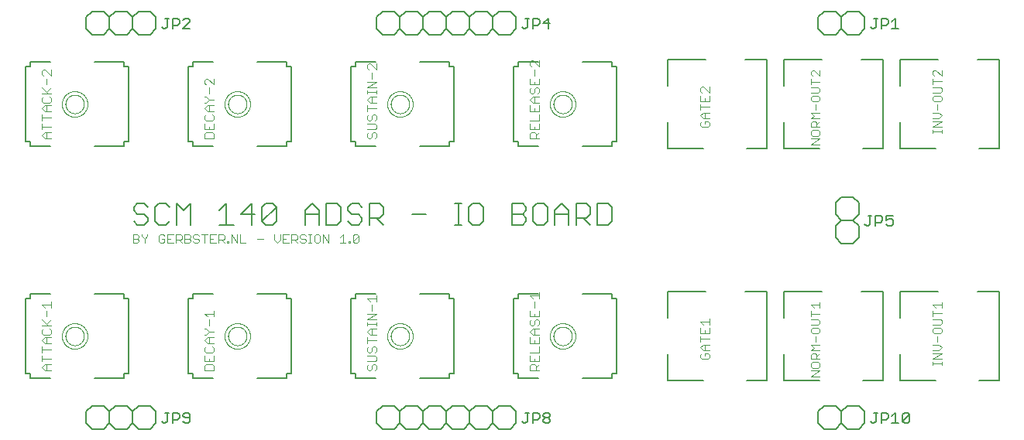
<source format=gbr>
G04 EAGLE Gerber RS-274X export*
G75*
%MOMM*%
%FSLAX34Y34*%
%LPD*%
%INSilkscreen Top*%
%IPPOS*%
%AMOC8*
5,1,8,0,0,1.08239X$1,22.5*%
G01*
%ADD10C,0.203200*%
%ADD11C,0.076200*%
%ADD12C,0.050800*%
%ADD13C,0.127000*%
%ADD14C,0.152400*%


D10*
X143608Y255456D02*
X139710Y259354D01*
X131914Y259354D01*
X128016Y255456D01*
X128016Y251558D01*
X131914Y247660D01*
X139710Y247660D01*
X143608Y243762D01*
X143608Y239864D01*
X139710Y235966D01*
X131914Y235966D01*
X128016Y239864D01*
X163098Y259354D02*
X166996Y255456D01*
X163098Y259354D02*
X155302Y259354D01*
X151404Y255456D01*
X151404Y239864D01*
X155302Y235966D01*
X163098Y235966D01*
X166996Y239864D01*
X174792Y235966D02*
X174792Y259354D01*
X182588Y251558D01*
X190384Y259354D01*
X190384Y235966D01*
X221568Y251558D02*
X229364Y259354D01*
X229364Y235966D01*
X221568Y235966D02*
X237160Y235966D01*
X256650Y235966D02*
X256650Y259354D01*
X244956Y247660D01*
X260548Y247660D01*
X268344Y239864D02*
X268344Y255456D01*
X272242Y259354D01*
X280038Y259354D01*
X283936Y255456D01*
X283936Y239864D01*
X280038Y235966D01*
X272242Y235966D01*
X268344Y239864D01*
X283936Y255456D01*
X315120Y251558D02*
X315120Y235966D01*
X315120Y251558D02*
X322916Y259354D01*
X330712Y251558D01*
X330712Y235966D01*
X330712Y247660D02*
X315120Y247660D01*
X338508Y259354D02*
X338508Y235966D01*
X350202Y235966D01*
X354100Y239864D01*
X354100Y255456D01*
X350202Y259354D01*
X338508Y259354D01*
X373590Y259354D02*
X377488Y255456D01*
X373590Y259354D02*
X365794Y259354D01*
X361896Y255456D01*
X361896Y251558D01*
X365794Y247660D01*
X373590Y247660D01*
X377488Y243762D01*
X377488Y239864D01*
X373590Y235966D01*
X365794Y235966D01*
X361896Y239864D01*
X385284Y235966D02*
X385284Y259354D01*
X396978Y259354D01*
X400876Y255456D01*
X400876Y247660D01*
X396978Y243762D01*
X385284Y243762D01*
X393080Y243762D02*
X400876Y235966D01*
X432060Y247660D02*
X447652Y247660D01*
X478836Y235966D02*
X486632Y235966D01*
X482734Y235966D02*
X482734Y259354D01*
X478836Y259354D02*
X486632Y259354D01*
X498325Y259354D02*
X506121Y259354D01*
X498325Y259354D02*
X494428Y255456D01*
X494428Y239864D01*
X498325Y235966D01*
X506121Y235966D01*
X510019Y239864D01*
X510019Y255456D01*
X506121Y259354D01*
X541203Y259354D02*
X541203Y235966D01*
X541203Y259354D02*
X552897Y259354D01*
X556795Y255456D01*
X556795Y251558D01*
X552897Y247660D01*
X556795Y243762D01*
X556795Y239864D01*
X552897Y235966D01*
X541203Y235966D01*
X541203Y247660D02*
X552897Y247660D01*
X568489Y259354D02*
X576285Y259354D01*
X568489Y259354D02*
X564591Y255456D01*
X564591Y239864D01*
X568489Y235966D01*
X576285Y235966D01*
X580183Y239864D01*
X580183Y255456D01*
X576285Y259354D01*
X587979Y251558D02*
X587979Y235966D01*
X587979Y251558D02*
X595775Y259354D01*
X603571Y251558D01*
X603571Y235966D01*
X603571Y247660D02*
X587979Y247660D01*
X611367Y235966D02*
X611367Y259354D01*
X623061Y259354D01*
X626959Y255456D01*
X626959Y247660D01*
X623061Y243762D01*
X611367Y243762D01*
X619163Y243762D02*
X626959Y235966D01*
X634755Y235966D02*
X634755Y259354D01*
X634755Y235966D02*
X646449Y235966D01*
X650347Y239864D01*
X650347Y255456D01*
X646449Y259354D01*
X634755Y259354D01*
D11*
X127381Y225687D02*
X127381Y216281D01*
X127381Y225687D02*
X132084Y225687D01*
X133652Y224119D01*
X133652Y222552D01*
X132084Y220984D01*
X133652Y219416D01*
X133652Y217849D01*
X132084Y216281D01*
X127381Y216281D01*
X127381Y220984D02*
X132084Y220984D01*
X136736Y224119D02*
X136736Y225687D01*
X136736Y224119D02*
X139872Y220984D01*
X143007Y224119D01*
X143007Y225687D01*
X139872Y220984D02*
X139872Y216281D01*
X160150Y225687D02*
X161717Y224119D01*
X160150Y225687D02*
X157014Y225687D01*
X155447Y224119D01*
X155447Y217849D01*
X157014Y216281D01*
X160150Y216281D01*
X161717Y217849D01*
X161717Y220984D01*
X158582Y220984D01*
X164802Y225687D02*
X171072Y225687D01*
X164802Y225687D02*
X164802Y216281D01*
X171072Y216281D01*
X167937Y220984D02*
X164802Y220984D01*
X174157Y216281D02*
X174157Y225687D01*
X178860Y225687D01*
X180428Y224119D01*
X180428Y220984D01*
X178860Y219416D01*
X174157Y219416D01*
X177292Y219416D02*
X180428Y216281D01*
X183512Y216281D02*
X183512Y225687D01*
X188215Y225687D01*
X189783Y224119D01*
X189783Y222552D01*
X188215Y220984D01*
X189783Y219416D01*
X189783Y217849D01*
X188215Y216281D01*
X183512Y216281D01*
X183512Y220984D02*
X188215Y220984D01*
X197570Y225687D02*
X199138Y224119D01*
X197570Y225687D02*
X194435Y225687D01*
X192867Y224119D01*
X192867Y222552D01*
X194435Y220984D01*
X197570Y220984D01*
X199138Y219416D01*
X199138Y217849D01*
X197570Y216281D01*
X194435Y216281D01*
X192867Y217849D01*
X205358Y216281D02*
X205358Y225687D01*
X202223Y225687D02*
X208493Y225687D01*
X211578Y225687D02*
X217848Y225687D01*
X211578Y225687D02*
X211578Y216281D01*
X217848Y216281D01*
X214713Y220984D02*
X211578Y220984D01*
X220933Y216281D02*
X220933Y225687D01*
X225636Y225687D01*
X227204Y224119D01*
X227204Y220984D01*
X225636Y219416D01*
X220933Y219416D01*
X224068Y219416D02*
X227204Y216281D01*
X230288Y216281D02*
X230288Y217849D01*
X231856Y217849D01*
X231856Y216281D01*
X230288Y216281D01*
X234966Y216281D02*
X234966Y225687D01*
X241236Y216281D01*
X241236Y225687D01*
X244321Y225687D02*
X244321Y216281D01*
X250592Y216281D01*
X263031Y220984D02*
X269302Y220984D01*
X281742Y219416D02*
X281742Y225687D01*
X281742Y219416D02*
X284877Y216281D01*
X288012Y219416D01*
X288012Y225687D01*
X291097Y225687D02*
X297367Y225687D01*
X291097Y225687D02*
X291097Y216281D01*
X297367Y216281D01*
X294232Y220984D02*
X291097Y220984D01*
X300452Y216281D02*
X300452Y225687D01*
X305155Y225687D01*
X306723Y224119D01*
X306723Y220984D01*
X305155Y219416D01*
X300452Y219416D01*
X303587Y219416D02*
X306723Y216281D01*
X316078Y224119D02*
X314510Y225687D01*
X311375Y225687D01*
X309807Y224119D01*
X309807Y222552D01*
X311375Y220984D01*
X314510Y220984D01*
X316078Y219416D01*
X316078Y217849D01*
X314510Y216281D01*
X311375Y216281D01*
X309807Y217849D01*
X319162Y216281D02*
X322298Y216281D01*
X320730Y216281D02*
X320730Y225687D01*
X319162Y225687D02*
X322298Y225687D01*
X326967Y225687D02*
X330102Y225687D01*
X326967Y225687D02*
X325399Y224119D01*
X325399Y217849D01*
X326967Y216281D01*
X330102Y216281D01*
X331670Y217849D01*
X331670Y224119D01*
X330102Y225687D01*
X334754Y225687D02*
X334754Y216281D01*
X341025Y216281D02*
X334754Y225687D01*
X341025Y225687D02*
X341025Y216281D01*
X353465Y222552D02*
X356600Y225687D01*
X356600Y216281D01*
X353465Y216281D02*
X359735Y216281D01*
X362820Y216281D02*
X362820Y217849D01*
X364388Y217849D01*
X364388Y216281D01*
X362820Y216281D01*
X367497Y217849D02*
X367497Y224119D01*
X369065Y225687D01*
X372200Y225687D01*
X373768Y224119D01*
X373768Y217849D01*
X372200Y216281D01*
X369065Y216281D01*
X367497Y217849D01*
X373768Y224119D01*
D12*
X49530Y114300D02*
X49534Y114643D01*
X49547Y114985D01*
X49568Y115328D01*
X49597Y115669D01*
X49635Y116010D01*
X49681Y116350D01*
X49736Y116688D01*
X49798Y117025D01*
X49869Y117361D01*
X49949Y117694D01*
X50036Y118026D01*
X50132Y118355D01*
X50235Y118682D01*
X50347Y119006D01*
X50466Y119328D01*
X50593Y119646D01*
X50728Y119961D01*
X50871Y120273D01*
X51022Y120581D01*
X51180Y120885D01*
X51345Y121186D01*
X51518Y121482D01*
X51697Y121774D01*
X51884Y122061D01*
X52078Y122344D01*
X52279Y122622D01*
X52487Y122895D01*
X52701Y123162D01*
X52922Y123425D01*
X53149Y123682D01*
X53382Y123933D01*
X53622Y124178D01*
X53867Y124418D01*
X54118Y124651D01*
X54375Y124878D01*
X54638Y125099D01*
X54905Y125313D01*
X55178Y125521D01*
X55456Y125722D01*
X55739Y125916D01*
X56026Y126103D01*
X56318Y126282D01*
X56614Y126455D01*
X56915Y126620D01*
X57219Y126778D01*
X57527Y126929D01*
X57839Y127072D01*
X58154Y127207D01*
X58472Y127334D01*
X58794Y127453D01*
X59118Y127565D01*
X59445Y127668D01*
X59774Y127764D01*
X60106Y127851D01*
X60439Y127931D01*
X60775Y128002D01*
X61112Y128064D01*
X61450Y128119D01*
X61790Y128165D01*
X62131Y128203D01*
X62472Y128232D01*
X62815Y128253D01*
X63157Y128266D01*
X63500Y128270D01*
X63843Y128266D01*
X64185Y128253D01*
X64528Y128232D01*
X64869Y128203D01*
X65210Y128165D01*
X65550Y128119D01*
X65888Y128064D01*
X66225Y128002D01*
X66561Y127931D01*
X66894Y127851D01*
X67226Y127764D01*
X67555Y127668D01*
X67882Y127565D01*
X68206Y127453D01*
X68528Y127334D01*
X68846Y127207D01*
X69161Y127072D01*
X69473Y126929D01*
X69781Y126778D01*
X70085Y126620D01*
X70386Y126455D01*
X70682Y126282D01*
X70974Y126103D01*
X71261Y125916D01*
X71544Y125722D01*
X71822Y125521D01*
X72095Y125313D01*
X72362Y125099D01*
X72625Y124878D01*
X72882Y124651D01*
X73133Y124418D01*
X73378Y124178D01*
X73618Y123933D01*
X73851Y123682D01*
X74078Y123425D01*
X74299Y123162D01*
X74513Y122895D01*
X74721Y122622D01*
X74922Y122344D01*
X75116Y122061D01*
X75303Y121774D01*
X75482Y121482D01*
X75655Y121186D01*
X75820Y120885D01*
X75978Y120581D01*
X76129Y120273D01*
X76272Y119961D01*
X76407Y119646D01*
X76534Y119328D01*
X76653Y119006D01*
X76765Y118682D01*
X76868Y118355D01*
X76964Y118026D01*
X77051Y117694D01*
X77131Y117361D01*
X77202Y117025D01*
X77264Y116688D01*
X77319Y116350D01*
X77365Y116010D01*
X77403Y115669D01*
X77432Y115328D01*
X77453Y114985D01*
X77466Y114643D01*
X77470Y114300D01*
X77466Y113957D01*
X77453Y113615D01*
X77432Y113272D01*
X77403Y112931D01*
X77365Y112590D01*
X77319Y112250D01*
X77264Y111912D01*
X77202Y111575D01*
X77131Y111239D01*
X77051Y110906D01*
X76964Y110574D01*
X76868Y110245D01*
X76765Y109918D01*
X76653Y109594D01*
X76534Y109272D01*
X76407Y108954D01*
X76272Y108639D01*
X76129Y108327D01*
X75978Y108019D01*
X75820Y107715D01*
X75655Y107414D01*
X75482Y107118D01*
X75303Y106826D01*
X75116Y106539D01*
X74922Y106256D01*
X74721Y105978D01*
X74513Y105705D01*
X74299Y105438D01*
X74078Y105175D01*
X73851Y104918D01*
X73618Y104667D01*
X73378Y104422D01*
X73133Y104182D01*
X72882Y103949D01*
X72625Y103722D01*
X72362Y103501D01*
X72095Y103287D01*
X71822Y103079D01*
X71544Y102878D01*
X71261Y102684D01*
X70974Y102497D01*
X70682Y102318D01*
X70386Y102145D01*
X70085Y101980D01*
X69781Y101822D01*
X69473Y101671D01*
X69161Y101528D01*
X68846Y101393D01*
X68528Y101266D01*
X68206Y101147D01*
X67882Y101035D01*
X67555Y100932D01*
X67226Y100836D01*
X66894Y100749D01*
X66561Y100669D01*
X66225Y100598D01*
X65888Y100536D01*
X65550Y100481D01*
X65210Y100435D01*
X64869Y100397D01*
X64528Y100368D01*
X64185Y100347D01*
X63843Y100334D01*
X63500Y100330D01*
X63157Y100334D01*
X62815Y100347D01*
X62472Y100368D01*
X62131Y100397D01*
X61790Y100435D01*
X61450Y100481D01*
X61112Y100536D01*
X60775Y100598D01*
X60439Y100669D01*
X60106Y100749D01*
X59774Y100836D01*
X59445Y100932D01*
X59118Y101035D01*
X58794Y101147D01*
X58472Y101266D01*
X58154Y101393D01*
X57839Y101528D01*
X57527Y101671D01*
X57219Y101822D01*
X56915Y101980D01*
X56614Y102145D01*
X56318Y102318D01*
X56026Y102497D01*
X55739Y102684D01*
X55456Y102878D01*
X55178Y103079D01*
X54905Y103287D01*
X54638Y103501D01*
X54375Y103722D01*
X54118Y103949D01*
X53867Y104182D01*
X53622Y104422D01*
X53382Y104667D01*
X53149Y104918D01*
X52922Y105175D01*
X52701Y105438D01*
X52487Y105705D01*
X52279Y105978D01*
X52078Y106256D01*
X51884Y106539D01*
X51697Y106826D01*
X51518Y107118D01*
X51345Y107414D01*
X51180Y107715D01*
X51022Y108019D01*
X50871Y108327D01*
X50728Y108639D01*
X50593Y108954D01*
X50466Y109272D01*
X50347Y109594D01*
X50235Y109918D01*
X50132Y110245D01*
X50036Y110574D01*
X49949Y110906D01*
X49869Y111239D01*
X49798Y111575D01*
X49736Y111912D01*
X49681Y112250D01*
X49635Y112590D01*
X49597Y112931D01*
X49568Y113272D01*
X49547Y113615D01*
X49534Y113957D01*
X49530Y114300D01*
X53340Y114300D02*
X53343Y114549D01*
X53352Y114799D01*
X53368Y115047D01*
X53389Y115296D01*
X53416Y115544D01*
X53450Y115791D01*
X53490Y116037D01*
X53535Y116282D01*
X53587Y116526D01*
X53644Y116769D01*
X53708Y117010D01*
X53777Y117249D01*
X53853Y117487D01*
X53934Y117723D01*
X54021Y117957D01*
X54113Y118188D01*
X54212Y118417D01*
X54315Y118644D01*
X54425Y118868D01*
X54540Y119089D01*
X54660Y119308D01*
X54785Y119523D01*
X54916Y119736D01*
X55052Y119945D01*
X55193Y120150D01*
X55339Y120352D01*
X55490Y120551D01*
X55646Y120745D01*
X55807Y120936D01*
X55972Y121123D01*
X56142Y121306D01*
X56316Y121484D01*
X56494Y121658D01*
X56677Y121828D01*
X56864Y121993D01*
X57055Y122154D01*
X57249Y122310D01*
X57448Y122461D01*
X57650Y122607D01*
X57855Y122748D01*
X58064Y122884D01*
X58277Y123015D01*
X58492Y123140D01*
X58711Y123260D01*
X58932Y123375D01*
X59156Y123485D01*
X59383Y123588D01*
X59612Y123687D01*
X59843Y123779D01*
X60077Y123866D01*
X60313Y123947D01*
X60551Y124023D01*
X60790Y124092D01*
X61031Y124156D01*
X61274Y124213D01*
X61518Y124265D01*
X61763Y124310D01*
X62009Y124350D01*
X62256Y124384D01*
X62504Y124411D01*
X62753Y124432D01*
X63001Y124448D01*
X63251Y124457D01*
X63500Y124460D01*
X63749Y124457D01*
X63999Y124448D01*
X64247Y124432D01*
X64496Y124411D01*
X64744Y124384D01*
X64991Y124350D01*
X65237Y124310D01*
X65482Y124265D01*
X65726Y124213D01*
X65969Y124156D01*
X66210Y124092D01*
X66449Y124023D01*
X66687Y123947D01*
X66923Y123866D01*
X67157Y123779D01*
X67388Y123687D01*
X67617Y123588D01*
X67844Y123485D01*
X68068Y123375D01*
X68289Y123260D01*
X68508Y123140D01*
X68723Y123015D01*
X68936Y122884D01*
X69145Y122748D01*
X69350Y122607D01*
X69552Y122461D01*
X69751Y122310D01*
X69945Y122154D01*
X70136Y121993D01*
X70323Y121828D01*
X70506Y121658D01*
X70684Y121484D01*
X70858Y121306D01*
X71028Y121123D01*
X71193Y120936D01*
X71354Y120745D01*
X71510Y120551D01*
X71661Y120352D01*
X71807Y120150D01*
X71948Y119945D01*
X72084Y119736D01*
X72215Y119523D01*
X72340Y119308D01*
X72460Y119089D01*
X72575Y118868D01*
X72685Y118644D01*
X72788Y118417D01*
X72887Y118188D01*
X72979Y117957D01*
X73066Y117723D01*
X73147Y117487D01*
X73223Y117249D01*
X73292Y117010D01*
X73356Y116769D01*
X73413Y116526D01*
X73465Y116282D01*
X73510Y116037D01*
X73550Y115791D01*
X73584Y115544D01*
X73611Y115296D01*
X73632Y115047D01*
X73648Y114799D01*
X73657Y114549D01*
X73660Y114300D01*
X73657Y114051D01*
X73648Y113801D01*
X73632Y113553D01*
X73611Y113304D01*
X73584Y113056D01*
X73550Y112809D01*
X73510Y112563D01*
X73465Y112318D01*
X73413Y112074D01*
X73356Y111831D01*
X73292Y111590D01*
X73223Y111351D01*
X73147Y111113D01*
X73066Y110877D01*
X72979Y110643D01*
X72887Y110412D01*
X72788Y110183D01*
X72685Y109956D01*
X72575Y109732D01*
X72460Y109511D01*
X72340Y109292D01*
X72215Y109077D01*
X72084Y108864D01*
X71948Y108655D01*
X71807Y108450D01*
X71661Y108248D01*
X71510Y108049D01*
X71354Y107855D01*
X71193Y107664D01*
X71028Y107477D01*
X70858Y107294D01*
X70684Y107116D01*
X70506Y106942D01*
X70323Y106772D01*
X70136Y106607D01*
X69945Y106446D01*
X69751Y106290D01*
X69552Y106139D01*
X69350Y105993D01*
X69145Y105852D01*
X68936Y105716D01*
X68723Y105585D01*
X68508Y105460D01*
X68289Y105340D01*
X68068Y105225D01*
X67844Y105115D01*
X67617Y105012D01*
X67388Y104913D01*
X67157Y104821D01*
X66923Y104734D01*
X66687Y104653D01*
X66449Y104577D01*
X66210Y104508D01*
X65969Y104444D01*
X65726Y104387D01*
X65482Y104335D01*
X65237Y104290D01*
X64991Y104250D01*
X64744Y104216D01*
X64496Y104189D01*
X64247Y104168D01*
X63999Y104152D01*
X63749Y104143D01*
X63500Y104140D01*
X63251Y104143D01*
X63001Y104152D01*
X62753Y104168D01*
X62504Y104189D01*
X62256Y104216D01*
X62009Y104250D01*
X61763Y104290D01*
X61518Y104335D01*
X61274Y104387D01*
X61031Y104444D01*
X60790Y104508D01*
X60551Y104577D01*
X60313Y104653D01*
X60077Y104734D01*
X59843Y104821D01*
X59612Y104913D01*
X59383Y105012D01*
X59156Y105115D01*
X58932Y105225D01*
X58711Y105340D01*
X58492Y105460D01*
X58277Y105585D01*
X58064Y105716D01*
X57855Y105852D01*
X57650Y105993D01*
X57448Y106139D01*
X57249Y106290D01*
X57055Y106446D01*
X56864Y106607D01*
X56677Y106772D01*
X56494Y106942D01*
X56316Y107116D01*
X56142Y107294D01*
X55972Y107477D01*
X55807Y107664D01*
X55646Y107855D01*
X55490Y108049D01*
X55339Y108248D01*
X55193Y108450D01*
X55052Y108655D01*
X54916Y108864D01*
X54785Y109077D01*
X54660Y109292D01*
X54540Y109511D01*
X54425Y109732D01*
X54315Y109956D01*
X54212Y110183D01*
X54113Y110412D01*
X54021Y110643D01*
X53934Y110877D01*
X53853Y111113D01*
X53777Y111351D01*
X53708Y111590D01*
X53644Y111831D01*
X53587Y112074D01*
X53535Y112318D01*
X53490Y112563D01*
X53450Y112809D01*
X53416Y113056D01*
X53389Y113304D01*
X53368Y113553D01*
X53352Y113801D01*
X53343Y114051D01*
X53340Y114300D01*
D10*
X9500Y73300D02*
X9500Y155300D01*
X122500Y155300D02*
X122500Y73300D01*
X15000Y73300D02*
X15000Y67800D01*
X15000Y73300D02*
X9500Y73300D01*
X117000Y73300D02*
X122500Y73300D01*
X117000Y73300D02*
X117000Y67800D01*
X117000Y155300D02*
X117000Y160800D01*
X117000Y155300D02*
X122500Y155300D01*
X15000Y155300D02*
X9500Y155300D01*
X15000Y155300D02*
X15000Y160800D01*
X15000Y67800D02*
X37000Y67800D01*
X85000Y67800D02*
X117000Y67800D01*
X37000Y160800D02*
X15000Y160800D01*
X85000Y160800D02*
X117000Y160800D01*
D11*
X37719Y76581D02*
X31109Y76581D01*
X27805Y79886D01*
X31109Y83191D01*
X37719Y83191D01*
X32762Y83191D02*
X32762Y76581D01*
X37719Y89709D02*
X27805Y89709D01*
X27805Y86404D02*
X27805Y93014D01*
X27805Y99532D02*
X37719Y99532D01*
X27805Y96227D02*
X27805Y102837D01*
X31109Y106050D02*
X37719Y106050D01*
X31109Y106050D02*
X27805Y109355D01*
X31109Y112659D01*
X37719Y112659D01*
X32762Y112659D02*
X32762Y106050D01*
X27805Y120830D02*
X29457Y122482D01*
X27805Y120830D02*
X27805Y117525D01*
X29457Y115873D01*
X36067Y115873D01*
X37719Y117525D01*
X37719Y120830D01*
X36067Y122482D01*
X37719Y125696D02*
X27805Y125696D01*
X34414Y125696D02*
X27805Y132305D01*
X32762Y127348D02*
X37719Y132305D01*
X32762Y135519D02*
X32762Y142128D01*
X31109Y145342D02*
X27805Y148646D01*
X37719Y148646D01*
X37719Y145342D02*
X37719Y151951D01*
D12*
X227330Y114300D02*
X227334Y114643D01*
X227347Y114985D01*
X227368Y115328D01*
X227397Y115669D01*
X227435Y116010D01*
X227481Y116350D01*
X227536Y116688D01*
X227598Y117025D01*
X227669Y117361D01*
X227749Y117694D01*
X227836Y118026D01*
X227932Y118355D01*
X228035Y118682D01*
X228147Y119006D01*
X228266Y119328D01*
X228393Y119646D01*
X228528Y119961D01*
X228671Y120273D01*
X228822Y120581D01*
X228980Y120885D01*
X229145Y121186D01*
X229318Y121482D01*
X229497Y121774D01*
X229684Y122061D01*
X229878Y122344D01*
X230079Y122622D01*
X230287Y122895D01*
X230501Y123162D01*
X230722Y123425D01*
X230949Y123682D01*
X231182Y123933D01*
X231422Y124178D01*
X231667Y124418D01*
X231918Y124651D01*
X232175Y124878D01*
X232438Y125099D01*
X232705Y125313D01*
X232978Y125521D01*
X233256Y125722D01*
X233539Y125916D01*
X233826Y126103D01*
X234118Y126282D01*
X234414Y126455D01*
X234715Y126620D01*
X235019Y126778D01*
X235327Y126929D01*
X235639Y127072D01*
X235954Y127207D01*
X236272Y127334D01*
X236594Y127453D01*
X236918Y127565D01*
X237245Y127668D01*
X237574Y127764D01*
X237906Y127851D01*
X238239Y127931D01*
X238575Y128002D01*
X238912Y128064D01*
X239250Y128119D01*
X239590Y128165D01*
X239931Y128203D01*
X240272Y128232D01*
X240615Y128253D01*
X240957Y128266D01*
X241300Y128270D01*
X241643Y128266D01*
X241985Y128253D01*
X242328Y128232D01*
X242669Y128203D01*
X243010Y128165D01*
X243350Y128119D01*
X243688Y128064D01*
X244025Y128002D01*
X244361Y127931D01*
X244694Y127851D01*
X245026Y127764D01*
X245355Y127668D01*
X245682Y127565D01*
X246006Y127453D01*
X246328Y127334D01*
X246646Y127207D01*
X246961Y127072D01*
X247273Y126929D01*
X247581Y126778D01*
X247885Y126620D01*
X248186Y126455D01*
X248482Y126282D01*
X248774Y126103D01*
X249061Y125916D01*
X249344Y125722D01*
X249622Y125521D01*
X249895Y125313D01*
X250162Y125099D01*
X250425Y124878D01*
X250682Y124651D01*
X250933Y124418D01*
X251178Y124178D01*
X251418Y123933D01*
X251651Y123682D01*
X251878Y123425D01*
X252099Y123162D01*
X252313Y122895D01*
X252521Y122622D01*
X252722Y122344D01*
X252916Y122061D01*
X253103Y121774D01*
X253282Y121482D01*
X253455Y121186D01*
X253620Y120885D01*
X253778Y120581D01*
X253929Y120273D01*
X254072Y119961D01*
X254207Y119646D01*
X254334Y119328D01*
X254453Y119006D01*
X254565Y118682D01*
X254668Y118355D01*
X254764Y118026D01*
X254851Y117694D01*
X254931Y117361D01*
X255002Y117025D01*
X255064Y116688D01*
X255119Y116350D01*
X255165Y116010D01*
X255203Y115669D01*
X255232Y115328D01*
X255253Y114985D01*
X255266Y114643D01*
X255270Y114300D01*
X255266Y113957D01*
X255253Y113615D01*
X255232Y113272D01*
X255203Y112931D01*
X255165Y112590D01*
X255119Y112250D01*
X255064Y111912D01*
X255002Y111575D01*
X254931Y111239D01*
X254851Y110906D01*
X254764Y110574D01*
X254668Y110245D01*
X254565Y109918D01*
X254453Y109594D01*
X254334Y109272D01*
X254207Y108954D01*
X254072Y108639D01*
X253929Y108327D01*
X253778Y108019D01*
X253620Y107715D01*
X253455Y107414D01*
X253282Y107118D01*
X253103Y106826D01*
X252916Y106539D01*
X252722Y106256D01*
X252521Y105978D01*
X252313Y105705D01*
X252099Y105438D01*
X251878Y105175D01*
X251651Y104918D01*
X251418Y104667D01*
X251178Y104422D01*
X250933Y104182D01*
X250682Y103949D01*
X250425Y103722D01*
X250162Y103501D01*
X249895Y103287D01*
X249622Y103079D01*
X249344Y102878D01*
X249061Y102684D01*
X248774Y102497D01*
X248482Y102318D01*
X248186Y102145D01*
X247885Y101980D01*
X247581Y101822D01*
X247273Y101671D01*
X246961Y101528D01*
X246646Y101393D01*
X246328Y101266D01*
X246006Y101147D01*
X245682Y101035D01*
X245355Y100932D01*
X245026Y100836D01*
X244694Y100749D01*
X244361Y100669D01*
X244025Y100598D01*
X243688Y100536D01*
X243350Y100481D01*
X243010Y100435D01*
X242669Y100397D01*
X242328Y100368D01*
X241985Y100347D01*
X241643Y100334D01*
X241300Y100330D01*
X240957Y100334D01*
X240615Y100347D01*
X240272Y100368D01*
X239931Y100397D01*
X239590Y100435D01*
X239250Y100481D01*
X238912Y100536D01*
X238575Y100598D01*
X238239Y100669D01*
X237906Y100749D01*
X237574Y100836D01*
X237245Y100932D01*
X236918Y101035D01*
X236594Y101147D01*
X236272Y101266D01*
X235954Y101393D01*
X235639Y101528D01*
X235327Y101671D01*
X235019Y101822D01*
X234715Y101980D01*
X234414Y102145D01*
X234118Y102318D01*
X233826Y102497D01*
X233539Y102684D01*
X233256Y102878D01*
X232978Y103079D01*
X232705Y103287D01*
X232438Y103501D01*
X232175Y103722D01*
X231918Y103949D01*
X231667Y104182D01*
X231422Y104422D01*
X231182Y104667D01*
X230949Y104918D01*
X230722Y105175D01*
X230501Y105438D01*
X230287Y105705D01*
X230079Y105978D01*
X229878Y106256D01*
X229684Y106539D01*
X229497Y106826D01*
X229318Y107118D01*
X229145Y107414D01*
X228980Y107715D01*
X228822Y108019D01*
X228671Y108327D01*
X228528Y108639D01*
X228393Y108954D01*
X228266Y109272D01*
X228147Y109594D01*
X228035Y109918D01*
X227932Y110245D01*
X227836Y110574D01*
X227749Y110906D01*
X227669Y111239D01*
X227598Y111575D01*
X227536Y111912D01*
X227481Y112250D01*
X227435Y112590D01*
X227397Y112931D01*
X227368Y113272D01*
X227347Y113615D01*
X227334Y113957D01*
X227330Y114300D01*
X231140Y114300D02*
X231143Y114549D01*
X231152Y114799D01*
X231168Y115047D01*
X231189Y115296D01*
X231216Y115544D01*
X231250Y115791D01*
X231290Y116037D01*
X231335Y116282D01*
X231387Y116526D01*
X231444Y116769D01*
X231508Y117010D01*
X231577Y117249D01*
X231653Y117487D01*
X231734Y117723D01*
X231821Y117957D01*
X231913Y118188D01*
X232012Y118417D01*
X232115Y118644D01*
X232225Y118868D01*
X232340Y119089D01*
X232460Y119308D01*
X232585Y119523D01*
X232716Y119736D01*
X232852Y119945D01*
X232993Y120150D01*
X233139Y120352D01*
X233290Y120551D01*
X233446Y120745D01*
X233607Y120936D01*
X233772Y121123D01*
X233942Y121306D01*
X234116Y121484D01*
X234294Y121658D01*
X234477Y121828D01*
X234664Y121993D01*
X234855Y122154D01*
X235049Y122310D01*
X235248Y122461D01*
X235450Y122607D01*
X235655Y122748D01*
X235864Y122884D01*
X236077Y123015D01*
X236292Y123140D01*
X236511Y123260D01*
X236732Y123375D01*
X236956Y123485D01*
X237183Y123588D01*
X237412Y123687D01*
X237643Y123779D01*
X237877Y123866D01*
X238113Y123947D01*
X238351Y124023D01*
X238590Y124092D01*
X238831Y124156D01*
X239074Y124213D01*
X239318Y124265D01*
X239563Y124310D01*
X239809Y124350D01*
X240056Y124384D01*
X240304Y124411D01*
X240553Y124432D01*
X240801Y124448D01*
X241051Y124457D01*
X241300Y124460D01*
X241549Y124457D01*
X241799Y124448D01*
X242047Y124432D01*
X242296Y124411D01*
X242544Y124384D01*
X242791Y124350D01*
X243037Y124310D01*
X243282Y124265D01*
X243526Y124213D01*
X243769Y124156D01*
X244010Y124092D01*
X244249Y124023D01*
X244487Y123947D01*
X244723Y123866D01*
X244957Y123779D01*
X245188Y123687D01*
X245417Y123588D01*
X245644Y123485D01*
X245868Y123375D01*
X246089Y123260D01*
X246308Y123140D01*
X246523Y123015D01*
X246736Y122884D01*
X246945Y122748D01*
X247150Y122607D01*
X247352Y122461D01*
X247551Y122310D01*
X247745Y122154D01*
X247936Y121993D01*
X248123Y121828D01*
X248306Y121658D01*
X248484Y121484D01*
X248658Y121306D01*
X248828Y121123D01*
X248993Y120936D01*
X249154Y120745D01*
X249310Y120551D01*
X249461Y120352D01*
X249607Y120150D01*
X249748Y119945D01*
X249884Y119736D01*
X250015Y119523D01*
X250140Y119308D01*
X250260Y119089D01*
X250375Y118868D01*
X250485Y118644D01*
X250588Y118417D01*
X250687Y118188D01*
X250779Y117957D01*
X250866Y117723D01*
X250947Y117487D01*
X251023Y117249D01*
X251092Y117010D01*
X251156Y116769D01*
X251213Y116526D01*
X251265Y116282D01*
X251310Y116037D01*
X251350Y115791D01*
X251384Y115544D01*
X251411Y115296D01*
X251432Y115047D01*
X251448Y114799D01*
X251457Y114549D01*
X251460Y114300D01*
X251457Y114051D01*
X251448Y113801D01*
X251432Y113553D01*
X251411Y113304D01*
X251384Y113056D01*
X251350Y112809D01*
X251310Y112563D01*
X251265Y112318D01*
X251213Y112074D01*
X251156Y111831D01*
X251092Y111590D01*
X251023Y111351D01*
X250947Y111113D01*
X250866Y110877D01*
X250779Y110643D01*
X250687Y110412D01*
X250588Y110183D01*
X250485Y109956D01*
X250375Y109732D01*
X250260Y109511D01*
X250140Y109292D01*
X250015Y109077D01*
X249884Y108864D01*
X249748Y108655D01*
X249607Y108450D01*
X249461Y108248D01*
X249310Y108049D01*
X249154Y107855D01*
X248993Y107664D01*
X248828Y107477D01*
X248658Y107294D01*
X248484Y107116D01*
X248306Y106942D01*
X248123Y106772D01*
X247936Y106607D01*
X247745Y106446D01*
X247551Y106290D01*
X247352Y106139D01*
X247150Y105993D01*
X246945Y105852D01*
X246736Y105716D01*
X246523Y105585D01*
X246308Y105460D01*
X246089Y105340D01*
X245868Y105225D01*
X245644Y105115D01*
X245417Y105012D01*
X245188Y104913D01*
X244957Y104821D01*
X244723Y104734D01*
X244487Y104653D01*
X244249Y104577D01*
X244010Y104508D01*
X243769Y104444D01*
X243526Y104387D01*
X243282Y104335D01*
X243037Y104290D01*
X242791Y104250D01*
X242544Y104216D01*
X242296Y104189D01*
X242047Y104168D01*
X241799Y104152D01*
X241549Y104143D01*
X241300Y104140D01*
X241051Y104143D01*
X240801Y104152D01*
X240553Y104168D01*
X240304Y104189D01*
X240056Y104216D01*
X239809Y104250D01*
X239563Y104290D01*
X239318Y104335D01*
X239074Y104387D01*
X238831Y104444D01*
X238590Y104508D01*
X238351Y104577D01*
X238113Y104653D01*
X237877Y104734D01*
X237643Y104821D01*
X237412Y104913D01*
X237183Y105012D01*
X236956Y105115D01*
X236732Y105225D01*
X236511Y105340D01*
X236292Y105460D01*
X236077Y105585D01*
X235864Y105716D01*
X235655Y105852D01*
X235450Y105993D01*
X235248Y106139D01*
X235049Y106290D01*
X234855Y106446D01*
X234664Y106607D01*
X234477Y106772D01*
X234294Y106942D01*
X234116Y107116D01*
X233942Y107294D01*
X233772Y107477D01*
X233607Y107664D01*
X233446Y107855D01*
X233290Y108049D01*
X233139Y108248D01*
X232993Y108450D01*
X232852Y108655D01*
X232716Y108864D01*
X232585Y109077D01*
X232460Y109292D01*
X232340Y109511D01*
X232225Y109732D01*
X232115Y109956D01*
X232012Y110183D01*
X231913Y110412D01*
X231821Y110643D01*
X231734Y110877D01*
X231653Y111113D01*
X231577Y111351D01*
X231508Y111590D01*
X231444Y111831D01*
X231387Y112074D01*
X231335Y112318D01*
X231290Y112563D01*
X231250Y112809D01*
X231216Y113056D01*
X231189Y113304D01*
X231168Y113553D01*
X231152Y113801D01*
X231143Y114051D01*
X231140Y114300D01*
D10*
X187300Y73300D02*
X187300Y155300D01*
X300300Y155300D02*
X300300Y73300D01*
X192800Y73300D02*
X192800Y67800D01*
X192800Y73300D02*
X187300Y73300D01*
X294800Y73300D02*
X300300Y73300D01*
X294800Y73300D02*
X294800Y67800D01*
X294800Y155300D02*
X294800Y160800D01*
X294800Y155300D02*
X300300Y155300D01*
X192800Y155300D02*
X187300Y155300D01*
X192800Y155300D02*
X192800Y160800D01*
X192800Y67800D02*
X214800Y67800D01*
X262800Y67800D02*
X294800Y67800D01*
X214800Y160800D02*
X192800Y160800D01*
X262800Y160800D02*
X294800Y160800D01*
D11*
X215519Y76581D02*
X205605Y76581D01*
X215519Y76581D02*
X215519Y81538D01*
X213867Y83191D01*
X207257Y83191D01*
X205605Y81538D01*
X205605Y76581D01*
X205605Y86404D02*
X205605Y93014D01*
X205605Y86404D02*
X215519Y86404D01*
X215519Y93014D01*
X210562Y89709D02*
X210562Y86404D01*
X205605Y101184D02*
X207257Y102837D01*
X205605Y101184D02*
X205605Y97879D01*
X207257Y96227D01*
X213867Y96227D01*
X215519Y97879D01*
X215519Y101184D01*
X213867Y102837D01*
X215519Y106050D02*
X208909Y106050D01*
X205605Y109355D01*
X208909Y112659D01*
X215519Y112659D01*
X210562Y112659D02*
X210562Y106050D01*
X207257Y115873D02*
X205605Y115873D01*
X207257Y115873D02*
X210562Y119178D01*
X207257Y122482D01*
X205605Y122482D01*
X210562Y119178D02*
X215519Y119178D01*
X210562Y125696D02*
X210562Y132305D01*
X208909Y135519D02*
X205605Y138823D01*
X215519Y138823D01*
X215519Y135519D02*
X215519Y142128D01*
D12*
X405130Y114300D02*
X405134Y114643D01*
X405147Y114985D01*
X405168Y115328D01*
X405197Y115669D01*
X405235Y116010D01*
X405281Y116350D01*
X405336Y116688D01*
X405398Y117025D01*
X405469Y117361D01*
X405549Y117694D01*
X405636Y118026D01*
X405732Y118355D01*
X405835Y118682D01*
X405947Y119006D01*
X406066Y119328D01*
X406193Y119646D01*
X406328Y119961D01*
X406471Y120273D01*
X406622Y120581D01*
X406780Y120885D01*
X406945Y121186D01*
X407118Y121482D01*
X407297Y121774D01*
X407484Y122061D01*
X407678Y122344D01*
X407879Y122622D01*
X408087Y122895D01*
X408301Y123162D01*
X408522Y123425D01*
X408749Y123682D01*
X408982Y123933D01*
X409222Y124178D01*
X409467Y124418D01*
X409718Y124651D01*
X409975Y124878D01*
X410238Y125099D01*
X410505Y125313D01*
X410778Y125521D01*
X411056Y125722D01*
X411339Y125916D01*
X411626Y126103D01*
X411918Y126282D01*
X412214Y126455D01*
X412515Y126620D01*
X412819Y126778D01*
X413127Y126929D01*
X413439Y127072D01*
X413754Y127207D01*
X414072Y127334D01*
X414394Y127453D01*
X414718Y127565D01*
X415045Y127668D01*
X415374Y127764D01*
X415706Y127851D01*
X416039Y127931D01*
X416375Y128002D01*
X416712Y128064D01*
X417050Y128119D01*
X417390Y128165D01*
X417731Y128203D01*
X418072Y128232D01*
X418415Y128253D01*
X418757Y128266D01*
X419100Y128270D01*
X419443Y128266D01*
X419785Y128253D01*
X420128Y128232D01*
X420469Y128203D01*
X420810Y128165D01*
X421150Y128119D01*
X421488Y128064D01*
X421825Y128002D01*
X422161Y127931D01*
X422494Y127851D01*
X422826Y127764D01*
X423155Y127668D01*
X423482Y127565D01*
X423806Y127453D01*
X424128Y127334D01*
X424446Y127207D01*
X424761Y127072D01*
X425073Y126929D01*
X425381Y126778D01*
X425685Y126620D01*
X425986Y126455D01*
X426282Y126282D01*
X426574Y126103D01*
X426861Y125916D01*
X427144Y125722D01*
X427422Y125521D01*
X427695Y125313D01*
X427962Y125099D01*
X428225Y124878D01*
X428482Y124651D01*
X428733Y124418D01*
X428978Y124178D01*
X429218Y123933D01*
X429451Y123682D01*
X429678Y123425D01*
X429899Y123162D01*
X430113Y122895D01*
X430321Y122622D01*
X430522Y122344D01*
X430716Y122061D01*
X430903Y121774D01*
X431082Y121482D01*
X431255Y121186D01*
X431420Y120885D01*
X431578Y120581D01*
X431729Y120273D01*
X431872Y119961D01*
X432007Y119646D01*
X432134Y119328D01*
X432253Y119006D01*
X432365Y118682D01*
X432468Y118355D01*
X432564Y118026D01*
X432651Y117694D01*
X432731Y117361D01*
X432802Y117025D01*
X432864Y116688D01*
X432919Y116350D01*
X432965Y116010D01*
X433003Y115669D01*
X433032Y115328D01*
X433053Y114985D01*
X433066Y114643D01*
X433070Y114300D01*
X433066Y113957D01*
X433053Y113615D01*
X433032Y113272D01*
X433003Y112931D01*
X432965Y112590D01*
X432919Y112250D01*
X432864Y111912D01*
X432802Y111575D01*
X432731Y111239D01*
X432651Y110906D01*
X432564Y110574D01*
X432468Y110245D01*
X432365Y109918D01*
X432253Y109594D01*
X432134Y109272D01*
X432007Y108954D01*
X431872Y108639D01*
X431729Y108327D01*
X431578Y108019D01*
X431420Y107715D01*
X431255Y107414D01*
X431082Y107118D01*
X430903Y106826D01*
X430716Y106539D01*
X430522Y106256D01*
X430321Y105978D01*
X430113Y105705D01*
X429899Y105438D01*
X429678Y105175D01*
X429451Y104918D01*
X429218Y104667D01*
X428978Y104422D01*
X428733Y104182D01*
X428482Y103949D01*
X428225Y103722D01*
X427962Y103501D01*
X427695Y103287D01*
X427422Y103079D01*
X427144Y102878D01*
X426861Y102684D01*
X426574Y102497D01*
X426282Y102318D01*
X425986Y102145D01*
X425685Y101980D01*
X425381Y101822D01*
X425073Y101671D01*
X424761Y101528D01*
X424446Y101393D01*
X424128Y101266D01*
X423806Y101147D01*
X423482Y101035D01*
X423155Y100932D01*
X422826Y100836D01*
X422494Y100749D01*
X422161Y100669D01*
X421825Y100598D01*
X421488Y100536D01*
X421150Y100481D01*
X420810Y100435D01*
X420469Y100397D01*
X420128Y100368D01*
X419785Y100347D01*
X419443Y100334D01*
X419100Y100330D01*
X418757Y100334D01*
X418415Y100347D01*
X418072Y100368D01*
X417731Y100397D01*
X417390Y100435D01*
X417050Y100481D01*
X416712Y100536D01*
X416375Y100598D01*
X416039Y100669D01*
X415706Y100749D01*
X415374Y100836D01*
X415045Y100932D01*
X414718Y101035D01*
X414394Y101147D01*
X414072Y101266D01*
X413754Y101393D01*
X413439Y101528D01*
X413127Y101671D01*
X412819Y101822D01*
X412515Y101980D01*
X412214Y102145D01*
X411918Y102318D01*
X411626Y102497D01*
X411339Y102684D01*
X411056Y102878D01*
X410778Y103079D01*
X410505Y103287D01*
X410238Y103501D01*
X409975Y103722D01*
X409718Y103949D01*
X409467Y104182D01*
X409222Y104422D01*
X408982Y104667D01*
X408749Y104918D01*
X408522Y105175D01*
X408301Y105438D01*
X408087Y105705D01*
X407879Y105978D01*
X407678Y106256D01*
X407484Y106539D01*
X407297Y106826D01*
X407118Y107118D01*
X406945Y107414D01*
X406780Y107715D01*
X406622Y108019D01*
X406471Y108327D01*
X406328Y108639D01*
X406193Y108954D01*
X406066Y109272D01*
X405947Y109594D01*
X405835Y109918D01*
X405732Y110245D01*
X405636Y110574D01*
X405549Y110906D01*
X405469Y111239D01*
X405398Y111575D01*
X405336Y111912D01*
X405281Y112250D01*
X405235Y112590D01*
X405197Y112931D01*
X405168Y113272D01*
X405147Y113615D01*
X405134Y113957D01*
X405130Y114300D01*
X408940Y114300D02*
X408943Y114549D01*
X408952Y114799D01*
X408968Y115047D01*
X408989Y115296D01*
X409016Y115544D01*
X409050Y115791D01*
X409090Y116037D01*
X409135Y116282D01*
X409187Y116526D01*
X409244Y116769D01*
X409308Y117010D01*
X409377Y117249D01*
X409453Y117487D01*
X409534Y117723D01*
X409621Y117957D01*
X409713Y118188D01*
X409812Y118417D01*
X409915Y118644D01*
X410025Y118868D01*
X410140Y119089D01*
X410260Y119308D01*
X410385Y119523D01*
X410516Y119736D01*
X410652Y119945D01*
X410793Y120150D01*
X410939Y120352D01*
X411090Y120551D01*
X411246Y120745D01*
X411407Y120936D01*
X411572Y121123D01*
X411742Y121306D01*
X411916Y121484D01*
X412094Y121658D01*
X412277Y121828D01*
X412464Y121993D01*
X412655Y122154D01*
X412849Y122310D01*
X413048Y122461D01*
X413250Y122607D01*
X413455Y122748D01*
X413664Y122884D01*
X413877Y123015D01*
X414092Y123140D01*
X414311Y123260D01*
X414532Y123375D01*
X414756Y123485D01*
X414983Y123588D01*
X415212Y123687D01*
X415443Y123779D01*
X415677Y123866D01*
X415913Y123947D01*
X416151Y124023D01*
X416390Y124092D01*
X416631Y124156D01*
X416874Y124213D01*
X417118Y124265D01*
X417363Y124310D01*
X417609Y124350D01*
X417856Y124384D01*
X418104Y124411D01*
X418353Y124432D01*
X418601Y124448D01*
X418851Y124457D01*
X419100Y124460D01*
X419349Y124457D01*
X419599Y124448D01*
X419847Y124432D01*
X420096Y124411D01*
X420344Y124384D01*
X420591Y124350D01*
X420837Y124310D01*
X421082Y124265D01*
X421326Y124213D01*
X421569Y124156D01*
X421810Y124092D01*
X422049Y124023D01*
X422287Y123947D01*
X422523Y123866D01*
X422757Y123779D01*
X422988Y123687D01*
X423217Y123588D01*
X423444Y123485D01*
X423668Y123375D01*
X423889Y123260D01*
X424108Y123140D01*
X424323Y123015D01*
X424536Y122884D01*
X424745Y122748D01*
X424950Y122607D01*
X425152Y122461D01*
X425351Y122310D01*
X425545Y122154D01*
X425736Y121993D01*
X425923Y121828D01*
X426106Y121658D01*
X426284Y121484D01*
X426458Y121306D01*
X426628Y121123D01*
X426793Y120936D01*
X426954Y120745D01*
X427110Y120551D01*
X427261Y120352D01*
X427407Y120150D01*
X427548Y119945D01*
X427684Y119736D01*
X427815Y119523D01*
X427940Y119308D01*
X428060Y119089D01*
X428175Y118868D01*
X428285Y118644D01*
X428388Y118417D01*
X428487Y118188D01*
X428579Y117957D01*
X428666Y117723D01*
X428747Y117487D01*
X428823Y117249D01*
X428892Y117010D01*
X428956Y116769D01*
X429013Y116526D01*
X429065Y116282D01*
X429110Y116037D01*
X429150Y115791D01*
X429184Y115544D01*
X429211Y115296D01*
X429232Y115047D01*
X429248Y114799D01*
X429257Y114549D01*
X429260Y114300D01*
X429257Y114051D01*
X429248Y113801D01*
X429232Y113553D01*
X429211Y113304D01*
X429184Y113056D01*
X429150Y112809D01*
X429110Y112563D01*
X429065Y112318D01*
X429013Y112074D01*
X428956Y111831D01*
X428892Y111590D01*
X428823Y111351D01*
X428747Y111113D01*
X428666Y110877D01*
X428579Y110643D01*
X428487Y110412D01*
X428388Y110183D01*
X428285Y109956D01*
X428175Y109732D01*
X428060Y109511D01*
X427940Y109292D01*
X427815Y109077D01*
X427684Y108864D01*
X427548Y108655D01*
X427407Y108450D01*
X427261Y108248D01*
X427110Y108049D01*
X426954Y107855D01*
X426793Y107664D01*
X426628Y107477D01*
X426458Y107294D01*
X426284Y107116D01*
X426106Y106942D01*
X425923Y106772D01*
X425736Y106607D01*
X425545Y106446D01*
X425351Y106290D01*
X425152Y106139D01*
X424950Y105993D01*
X424745Y105852D01*
X424536Y105716D01*
X424323Y105585D01*
X424108Y105460D01*
X423889Y105340D01*
X423668Y105225D01*
X423444Y105115D01*
X423217Y105012D01*
X422988Y104913D01*
X422757Y104821D01*
X422523Y104734D01*
X422287Y104653D01*
X422049Y104577D01*
X421810Y104508D01*
X421569Y104444D01*
X421326Y104387D01*
X421082Y104335D01*
X420837Y104290D01*
X420591Y104250D01*
X420344Y104216D01*
X420096Y104189D01*
X419847Y104168D01*
X419599Y104152D01*
X419349Y104143D01*
X419100Y104140D01*
X418851Y104143D01*
X418601Y104152D01*
X418353Y104168D01*
X418104Y104189D01*
X417856Y104216D01*
X417609Y104250D01*
X417363Y104290D01*
X417118Y104335D01*
X416874Y104387D01*
X416631Y104444D01*
X416390Y104508D01*
X416151Y104577D01*
X415913Y104653D01*
X415677Y104734D01*
X415443Y104821D01*
X415212Y104913D01*
X414983Y105012D01*
X414756Y105115D01*
X414532Y105225D01*
X414311Y105340D01*
X414092Y105460D01*
X413877Y105585D01*
X413664Y105716D01*
X413455Y105852D01*
X413250Y105993D01*
X413048Y106139D01*
X412849Y106290D01*
X412655Y106446D01*
X412464Y106607D01*
X412277Y106772D01*
X412094Y106942D01*
X411916Y107116D01*
X411742Y107294D01*
X411572Y107477D01*
X411407Y107664D01*
X411246Y107855D01*
X411090Y108049D01*
X410939Y108248D01*
X410793Y108450D01*
X410652Y108655D01*
X410516Y108864D01*
X410385Y109077D01*
X410260Y109292D01*
X410140Y109511D01*
X410025Y109732D01*
X409915Y109956D01*
X409812Y110183D01*
X409713Y110412D01*
X409621Y110643D01*
X409534Y110877D01*
X409453Y111113D01*
X409377Y111351D01*
X409308Y111590D01*
X409244Y111831D01*
X409187Y112074D01*
X409135Y112318D01*
X409090Y112563D01*
X409050Y112809D01*
X409016Y113056D01*
X408989Y113304D01*
X408968Y113553D01*
X408952Y113801D01*
X408943Y114051D01*
X408940Y114300D01*
D10*
X365100Y73300D02*
X365100Y155300D01*
X478100Y155300D02*
X478100Y73300D01*
X370600Y73300D02*
X370600Y67800D01*
X370600Y73300D02*
X365100Y73300D01*
X472600Y73300D02*
X478100Y73300D01*
X472600Y73300D02*
X472600Y67800D01*
X472600Y155300D02*
X472600Y160800D01*
X472600Y155300D02*
X478100Y155300D01*
X370600Y155300D02*
X365100Y155300D01*
X370600Y155300D02*
X370600Y160800D01*
X370600Y67800D02*
X392600Y67800D01*
X440600Y67800D02*
X472600Y67800D01*
X392600Y160800D02*
X370600Y160800D01*
X440600Y160800D02*
X472600Y160800D01*
D11*
X385057Y83191D02*
X383405Y81538D01*
X383405Y78233D01*
X385057Y76581D01*
X386709Y76581D01*
X388362Y78233D01*
X388362Y81538D01*
X390014Y83191D01*
X391667Y83191D01*
X393319Y81538D01*
X393319Y78233D01*
X391667Y76581D01*
X391667Y86404D02*
X383405Y86404D01*
X391667Y86404D02*
X393319Y88056D01*
X393319Y91361D01*
X391667Y93014D01*
X383405Y93014D01*
X383405Y101184D02*
X385057Y102837D01*
X383405Y101184D02*
X383405Y97879D01*
X385057Y96227D01*
X386709Y96227D01*
X388362Y97879D01*
X388362Y101184D01*
X390014Y102837D01*
X391667Y102837D01*
X393319Y101184D01*
X393319Y97879D01*
X391667Y96227D01*
X393319Y109355D02*
X383405Y109355D01*
X383405Y112659D02*
X383405Y106050D01*
X386709Y115873D02*
X393319Y115873D01*
X386709Y115873D02*
X383405Y119178D01*
X386709Y122482D01*
X393319Y122482D01*
X388362Y122482D02*
X388362Y115873D01*
X393319Y125696D02*
X393319Y129001D01*
X393319Y127348D02*
X383405Y127348D01*
X383405Y125696D02*
X383405Y129001D01*
X383405Y132244D02*
X393319Y132244D01*
X393319Y138854D02*
X383405Y132244D01*
X383405Y138854D02*
X393319Y138854D01*
X388362Y142067D02*
X388362Y148677D01*
X386709Y151890D02*
X383405Y155195D01*
X393319Y155195D01*
X393319Y151890D02*
X393319Y158500D01*
D12*
X582930Y114300D02*
X582934Y114643D01*
X582947Y114985D01*
X582968Y115328D01*
X582997Y115669D01*
X583035Y116010D01*
X583081Y116350D01*
X583136Y116688D01*
X583198Y117025D01*
X583269Y117361D01*
X583349Y117694D01*
X583436Y118026D01*
X583532Y118355D01*
X583635Y118682D01*
X583747Y119006D01*
X583866Y119328D01*
X583993Y119646D01*
X584128Y119961D01*
X584271Y120273D01*
X584422Y120581D01*
X584580Y120885D01*
X584745Y121186D01*
X584918Y121482D01*
X585097Y121774D01*
X585284Y122061D01*
X585478Y122344D01*
X585679Y122622D01*
X585887Y122895D01*
X586101Y123162D01*
X586322Y123425D01*
X586549Y123682D01*
X586782Y123933D01*
X587022Y124178D01*
X587267Y124418D01*
X587518Y124651D01*
X587775Y124878D01*
X588038Y125099D01*
X588305Y125313D01*
X588578Y125521D01*
X588856Y125722D01*
X589139Y125916D01*
X589426Y126103D01*
X589718Y126282D01*
X590014Y126455D01*
X590315Y126620D01*
X590619Y126778D01*
X590927Y126929D01*
X591239Y127072D01*
X591554Y127207D01*
X591872Y127334D01*
X592194Y127453D01*
X592518Y127565D01*
X592845Y127668D01*
X593174Y127764D01*
X593506Y127851D01*
X593839Y127931D01*
X594175Y128002D01*
X594512Y128064D01*
X594850Y128119D01*
X595190Y128165D01*
X595531Y128203D01*
X595872Y128232D01*
X596215Y128253D01*
X596557Y128266D01*
X596900Y128270D01*
X597243Y128266D01*
X597585Y128253D01*
X597928Y128232D01*
X598269Y128203D01*
X598610Y128165D01*
X598950Y128119D01*
X599288Y128064D01*
X599625Y128002D01*
X599961Y127931D01*
X600294Y127851D01*
X600626Y127764D01*
X600955Y127668D01*
X601282Y127565D01*
X601606Y127453D01*
X601928Y127334D01*
X602246Y127207D01*
X602561Y127072D01*
X602873Y126929D01*
X603181Y126778D01*
X603485Y126620D01*
X603786Y126455D01*
X604082Y126282D01*
X604374Y126103D01*
X604661Y125916D01*
X604944Y125722D01*
X605222Y125521D01*
X605495Y125313D01*
X605762Y125099D01*
X606025Y124878D01*
X606282Y124651D01*
X606533Y124418D01*
X606778Y124178D01*
X607018Y123933D01*
X607251Y123682D01*
X607478Y123425D01*
X607699Y123162D01*
X607913Y122895D01*
X608121Y122622D01*
X608322Y122344D01*
X608516Y122061D01*
X608703Y121774D01*
X608882Y121482D01*
X609055Y121186D01*
X609220Y120885D01*
X609378Y120581D01*
X609529Y120273D01*
X609672Y119961D01*
X609807Y119646D01*
X609934Y119328D01*
X610053Y119006D01*
X610165Y118682D01*
X610268Y118355D01*
X610364Y118026D01*
X610451Y117694D01*
X610531Y117361D01*
X610602Y117025D01*
X610664Y116688D01*
X610719Y116350D01*
X610765Y116010D01*
X610803Y115669D01*
X610832Y115328D01*
X610853Y114985D01*
X610866Y114643D01*
X610870Y114300D01*
X610866Y113957D01*
X610853Y113615D01*
X610832Y113272D01*
X610803Y112931D01*
X610765Y112590D01*
X610719Y112250D01*
X610664Y111912D01*
X610602Y111575D01*
X610531Y111239D01*
X610451Y110906D01*
X610364Y110574D01*
X610268Y110245D01*
X610165Y109918D01*
X610053Y109594D01*
X609934Y109272D01*
X609807Y108954D01*
X609672Y108639D01*
X609529Y108327D01*
X609378Y108019D01*
X609220Y107715D01*
X609055Y107414D01*
X608882Y107118D01*
X608703Y106826D01*
X608516Y106539D01*
X608322Y106256D01*
X608121Y105978D01*
X607913Y105705D01*
X607699Y105438D01*
X607478Y105175D01*
X607251Y104918D01*
X607018Y104667D01*
X606778Y104422D01*
X606533Y104182D01*
X606282Y103949D01*
X606025Y103722D01*
X605762Y103501D01*
X605495Y103287D01*
X605222Y103079D01*
X604944Y102878D01*
X604661Y102684D01*
X604374Y102497D01*
X604082Y102318D01*
X603786Y102145D01*
X603485Y101980D01*
X603181Y101822D01*
X602873Y101671D01*
X602561Y101528D01*
X602246Y101393D01*
X601928Y101266D01*
X601606Y101147D01*
X601282Y101035D01*
X600955Y100932D01*
X600626Y100836D01*
X600294Y100749D01*
X599961Y100669D01*
X599625Y100598D01*
X599288Y100536D01*
X598950Y100481D01*
X598610Y100435D01*
X598269Y100397D01*
X597928Y100368D01*
X597585Y100347D01*
X597243Y100334D01*
X596900Y100330D01*
X596557Y100334D01*
X596215Y100347D01*
X595872Y100368D01*
X595531Y100397D01*
X595190Y100435D01*
X594850Y100481D01*
X594512Y100536D01*
X594175Y100598D01*
X593839Y100669D01*
X593506Y100749D01*
X593174Y100836D01*
X592845Y100932D01*
X592518Y101035D01*
X592194Y101147D01*
X591872Y101266D01*
X591554Y101393D01*
X591239Y101528D01*
X590927Y101671D01*
X590619Y101822D01*
X590315Y101980D01*
X590014Y102145D01*
X589718Y102318D01*
X589426Y102497D01*
X589139Y102684D01*
X588856Y102878D01*
X588578Y103079D01*
X588305Y103287D01*
X588038Y103501D01*
X587775Y103722D01*
X587518Y103949D01*
X587267Y104182D01*
X587022Y104422D01*
X586782Y104667D01*
X586549Y104918D01*
X586322Y105175D01*
X586101Y105438D01*
X585887Y105705D01*
X585679Y105978D01*
X585478Y106256D01*
X585284Y106539D01*
X585097Y106826D01*
X584918Y107118D01*
X584745Y107414D01*
X584580Y107715D01*
X584422Y108019D01*
X584271Y108327D01*
X584128Y108639D01*
X583993Y108954D01*
X583866Y109272D01*
X583747Y109594D01*
X583635Y109918D01*
X583532Y110245D01*
X583436Y110574D01*
X583349Y110906D01*
X583269Y111239D01*
X583198Y111575D01*
X583136Y111912D01*
X583081Y112250D01*
X583035Y112590D01*
X582997Y112931D01*
X582968Y113272D01*
X582947Y113615D01*
X582934Y113957D01*
X582930Y114300D01*
X586740Y114300D02*
X586743Y114549D01*
X586752Y114799D01*
X586768Y115047D01*
X586789Y115296D01*
X586816Y115544D01*
X586850Y115791D01*
X586890Y116037D01*
X586935Y116282D01*
X586987Y116526D01*
X587044Y116769D01*
X587108Y117010D01*
X587177Y117249D01*
X587253Y117487D01*
X587334Y117723D01*
X587421Y117957D01*
X587513Y118188D01*
X587612Y118417D01*
X587715Y118644D01*
X587825Y118868D01*
X587940Y119089D01*
X588060Y119308D01*
X588185Y119523D01*
X588316Y119736D01*
X588452Y119945D01*
X588593Y120150D01*
X588739Y120352D01*
X588890Y120551D01*
X589046Y120745D01*
X589207Y120936D01*
X589372Y121123D01*
X589542Y121306D01*
X589716Y121484D01*
X589894Y121658D01*
X590077Y121828D01*
X590264Y121993D01*
X590455Y122154D01*
X590649Y122310D01*
X590848Y122461D01*
X591050Y122607D01*
X591255Y122748D01*
X591464Y122884D01*
X591677Y123015D01*
X591892Y123140D01*
X592111Y123260D01*
X592332Y123375D01*
X592556Y123485D01*
X592783Y123588D01*
X593012Y123687D01*
X593243Y123779D01*
X593477Y123866D01*
X593713Y123947D01*
X593951Y124023D01*
X594190Y124092D01*
X594431Y124156D01*
X594674Y124213D01*
X594918Y124265D01*
X595163Y124310D01*
X595409Y124350D01*
X595656Y124384D01*
X595904Y124411D01*
X596153Y124432D01*
X596401Y124448D01*
X596651Y124457D01*
X596900Y124460D01*
X597149Y124457D01*
X597399Y124448D01*
X597647Y124432D01*
X597896Y124411D01*
X598144Y124384D01*
X598391Y124350D01*
X598637Y124310D01*
X598882Y124265D01*
X599126Y124213D01*
X599369Y124156D01*
X599610Y124092D01*
X599849Y124023D01*
X600087Y123947D01*
X600323Y123866D01*
X600557Y123779D01*
X600788Y123687D01*
X601017Y123588D01*
X601244Y123485D01*
X601468Y123375D01*
X601689Y123260D01*
X601908Y123140D01*
X602123Y123015D01*
X602336Y122884D01*
X602545Y122748D01*
X602750Y122607D01*
X602952Y122461D01*
X603151Y122310D01*
X603345Y122154D01*
X603536Y121993D01*
X603723Y121828D01*
X603906Y121658D01*
X604084Y121484D01*
X604258Y121306D01*
X604428Y121123D01*
X604593Y120936D01*
X604754Y120745D01*
X604910Y120551D01*
X605061Y120352D01*
X605207Y120150D01*
X605348Y119945D01*
X605484Y119736D01*
X605615Y119523D01*
X605740Y119308D01*
X605860Y119089D01*
X605975Y118868D01*
X606085Y118644D01*
X606188Y118417D01*
X606287Y118188D01*
X606379Y117957D01*
X606466Y117723D01*
X606547Y117487D01*
X606623Y117249D01*
X606692Y117010D01*
X606756Y116769D01*
X606813Y116526D01*
X606865Y116282D01*
X606910Y116037D01*
X606950Y115791D01*
X606984Y115544D01*
X607011Y115296D01*
X607032Y115047D01*
X607048Y114799D01*
X607057Y114549D01*
X607060Y114300D01*
X607057Y114051D01*
X607048Y113801D01*
X607032Y113553D01*
X607011Y113304D01*
X606984Y113056D01*
X606950Y112809D01*
X606910Y112563D01*
X606865Y112318D01*
X606813Y112074D01*
X606756Y111831D01*
X606692Y111590D01*
X606623Y111351D01*
X606547Y111113D01*
X606466Y110877D01*
X606379Y110643D01*
X606287Y110412D01*
X606188Y110183D01*
X606085Y109956D01*
X605975Y109732D01*
X605860Y109511D01*
X605740Y109292D01*
X605615Y109077D01*
X605484Y108864D01*
X605348Y108655D01*
X605207Y108450D01*
X605061Y108248D01*
X604910Y108049D01*
X604754Y107855D01*
X604593Y107664D01*
X604428Y107477D01*
X604258Y107294D01*
X604084Y107116D01*
X603906Y106942D01*
X603723Y106772D01*
X603536Y106607D01*
X603345Y106446D01*
X603151Y106290D01*
X602952Y106139D01*
X602750Y105993D01*
X602545Y105852D01*
X602336Y105716D01*
X602123Y105585D01*
X601908Y105460D01*
X601689Y105340D01*
X601468Y105225D01*
X601244Y105115D01*
X601017Y105012D01*
X600788Y104913D01*
X600557Y104821D01*
X600323Y104734D01*
X600087Y104653D01*
X599849Y104577D01*
X599610Y104508D01*
X599369Y104444D01*
X599126Y104387D01*
X598882Y104335D01*
X598637Y104290D01*
X598391Y104250D01*
X598144Y104216D01*
X597896Y104189D01*
X597647Y104168D01*
X597399Y104152D01*
X597149Y104143D01*
X596900Y104140D01*
X596651Y104143D01*
X596401Y104152D01*
X596153Y104168D01*
X595904Y104189D01*
X595656Y104216D01*
X595409Y104250D01*
X595163Y104290D01*
X594918Y104335D01*
X594674Y104387D01*
X594431Y104444D01*
X594190Y104508D01*
X593951Y104577D01*
X593713Y104653D01*
X593477Y104734D01*
X593243Y104821D01*
X593012Y104913D01*
X592783Y105012D01*
X592556Y105115D01*
X592332Y105225D01*
X592111Y105340D01*
X591892Y105460D01*
X591677Y105585D01*
X591464Y105716D01*
X591255Y105852D01*
X591050Y105993D01*
X590848Y106139D01*
X590649Y106290D01*
X590455Y106446D01*
X590264Y106607D01*
X590077Y106772D01*
X589894Y106942D01*
X589716Y107116D01*
X589542Y107294D01*
X589372Y107477D01*
X589207Y107664D01*
X589046Y107855D01*
X588890Y108049D01*
X588739Y108248D01*
X588593Y108450D01*
X588452Y108655D01*
X588316Y108864D01*
X588185Y109077D01*
X588060Y109292D01*
X587940Y109511D01*
X587825Y109732D01*
X587715Y109956D01*
X587612Y110183D01*
X587513Y110412D01*
X587421Y110643D01*
X587334Y110877D01*
X587253Y111113D01*
X587177Y111351D01*
X587108Y111590D01*
X587044Y111831D01*
X586987Y112074D01*
X586935Y112318D01*
X586890Y112563D01*
X586850Y112809D01*
X586816Y113056D01*
X586789Y113304D01*
X586768Y113553D01*
X586752Y113801D01*
X586743Y114051D01*
X586740Y114300D01*
D10*
X542900Y73300D02*
X542900Y155300D01*
X655900Y155300D02*
X655900Y73300D01*
X548400Y73300D02*
X548400Y67800D01*
X548400Y73300D02*
X542900Y73300D01*
X650400Y73300D02*
X655900Y73300D01*
X650400Y73300D02*
X650400Y67800D01*
X650400Y155300D02*
X650400Y160800D01*
X650400Y155300D02*
X655900Y155300D01*
X548400Y155300D02*
X542900Y155300D01*
X548400Y155300D02*
X548400Y160800D01*
X548400Y67800D02*
X570400Y67800D01*
X618400Y67800D02*
X650400Y67800D01*
X570400Y160800D02*
X548400Y160800D01*
X618400Y160800D02*
X650400Y160800D01*
D11*
X571119Y76581D02*
X561205Y76581D01*
X561205Y81538D01*
X562857Y83191D01*
X566162Y83191D01*
X567814Y81538D01*
X567814Y76581D01*
X567814Y79886D02*
X571119Y83191D01*
X561205Y86404D02*
X561205Y93014D01*
X561205Y86404D02*
X571119Y86404D01*
X571119Y93014D01*
X566162Y89709D02*
X566162Y86404D01*
X561205Y96227D02*
X571119Y96227D01*
X571119Y102837D01*
X561205Y106050D02*
X561205Y112659D01*
X561205Y106050D02*
X571119Y106050D01*
X571119Y112659D01*
X566162Y109355D02*
X566162Y106050D01*
X564509Y115873D02*
X571119Y115873D01*
X564509Y115873D02*
X561205Y119178D01*
X564509Y122482D01*
X571119Y122482D01*
X566162Y122482D02*
X566162Y115873D01*
X561205Y130653D02*
X562857Y132305D01*
X561205Y130653D02*
X561205Y127348D01*
X562857Y125696D01*
X564509Y125696D01*
X566162Y127348D01*
X566162Y130653D01*
X567814Y132305D01*
X569467Y132305D01*
X571119Y130653D01*
X571119Y127348D01*
X569467Y125696D01*
X561205Y135519D02*
X561205Y142128D01*
X561205Y135519D02*
X571119Y135519D01*
X571119Y142128D01*
X566162Y138823D02*
X566162Y135519D01*
X566162Y145342D02*
X566162Y151951D01*
X564509Y155165D02*
X561205Y158469D01*
X571119Y158469D01*
X571119Y155165D02*
X571119Y161774D01*
D12*
X49530Y368300D02*
X49534Y368643D01*
X49547Y368985D01*
X49568Y369328D01*
X49597Y369669D01*
X49635Y370010D01*
X49681Y370350D01*
X49736Y370688D01*
X49798Y371025D01*
X49869Y371361D01*
X49949Y371694D01*
X50036Y372026D01*
X50132Y372355D01*
X50235Y372682D01*
X50347Y373006D01*
X50466Y373328D01*
X50593Y373646D01*
X50728Y373961D01*
X50871Y374273D01*
X51022Y374581D01*
X51180Y374885D01*
X51345Y375186D01*
X51518Y375482D01*
X51697Y375774D01*
X51884Y376061D01*
X52078Y376344D01*
X52279Y376622D01*
X52487Y376895D01*
X52701Y377162D01*
X52922Y377425D01*
X53149Y377682D01*
X53382Y377933D01*
X53622Y378178D01*
X53867Y378418D01*
X54118Y378651D01*
X54375Y378878D01*
X54638Y379099D01*
X54905Y379313D01*
X55178Y379521D01*
X55456Y379722D01*
X55739Y379916D01*
X56026Y380103D01*
X56318Y380282D01*
X56614Y380455D01*
X56915Y380620D01*
X57219Y380778D01*
X57527Y380929D01*
X57839Y381072D01*
X58154Y381207D01*
X58472Y381334D01*
X58794Y381453D01*
X59118Y381565D01*
X59445Y381668D01*
X59774Y381764D01*
X60106Y381851D01*
X60439Y381931D01*
X60775Y382002D01*
X61112Y382064D01*
X61450Y382119D01*
X61790Y382165D01*
X62131Y382203D01*
X62472Y382232D01*
X62815Y382253D01*
X63157Y382266D01*
X63500Y382270D01*
X63843Y382266D01*
X64185Y382253D01*
X64528Y382232D01*
X64869Y382203D01*
X65210Y382165D01*
X65550Y382119D01*
X65888Y382064D01*
X66225Y382002D01*
X66561Y381931D01*
X66894Y381851D01*
X67226Y381764D01*
X67555Y381668D01*
X67882Y381565D01*
X68206Y381453D01*
X68528Y381334D01*
X68846Y381207D01*
X69161Y381072D01*
X69473Y380929D01*
X69781Y380778D01*
X70085Y380620D01*
X70386Y380455D01*
X70682Y380282D01*
X70974Y380103D01*
X71261Y379916D01*
X71544Y379722D01*
X71822Y379521D01*
X72095Y379313D01*
X72362Y379099D01*
X72625Y378878D01*
X72882Y378651D01*
X73133Y378418D01*
X73378Y378178D01*
X73618Y377933D01*
X73851Y377682D01*
X74078Y377425D01*
X74299Y377162D01*
X74513Y376895D01*
X74721Y376622D01*
X74922Y376344D01*
X75116Y376061D01*
X75303Y375774D01*
X75482Y375482D01*
X75655Y375186D01*
X75820Y374885D01*
X75978Y374581D01*
X76129Y374273D01*
X76272Y373961D01*
X76407Y373646D01*
X76534Y373328D01*
X76653Y373006D01*
X76765Y372682D01*
X76868Y372355D01*
X76964Y372026D01*
X77051Y371694D01*
X77131Y371361D01*
X77202Y371025D01*
X77264Y370688D01*
X77319Y370350D01*
X77365Y370010D01*
X77403Y369669D01*
X77432Y369328D01*
X77453Y368985D01*
X77466Y368643D01*
X77470Y368300D01*
X77466Y367957D01*
X77453Y367615D01*
X77432Y367272D01*
X77403Y366931D01*
X77365Y366590D01*
X77319Y366250D01*
X77264Y365912D01*
X77202Y365575D01*
X77131Y365239D01*
X77051Y364906D01*
X76964Y364574D01*
X76868Y364245D01*
X76765Y363918D01*
X76653Y363594D01*
X76534Y363272D01*
X76407Y362954D01*
X76272Y362639D01*
X76129Y362327D01*
X75978Y362019D01*
X75820Y361715D01*
X75655Y361414D01*
X75482Y361118D01*
X75303Y360826D01*
X75116Y360539D01*
X74922Y360256D01*
X74721Y359978D01*
X74513Y359705D01*
X74299Y359438D01*
X74078Y359175D01*
X73851Y358918D01*
X73618Y358667D01*
X73378Y358422D01*
X73133Y358182D01*
X72882Y357949D01*
X72625Y357722D01*
X72362Y357501D01*
X72095Y357287D01*
X71822Y357079D01*
X71544Y356878D01*
X71261Y356684D01*
X70974Y356497D01*
X70682Y356318D01*
X70386Y356145D01*
X70085Y355980D01*
X69781Y355822D01*
X69473Y355671D01*
X69161Y355528D01*
X68846Y355393D01*
X68528Y355266D01*
X68206Y355147D01*
X67882Y355035D01*
X67555Y354932D01*
X67226Y354836D01*
X66894Y354749D01*
X66561Y354669D01*
X66225Y354598D01*
X65888Y354536D01*
X65550Y354481D01*
X65210Y354435D01*
X64869Y354397D01*
X64528Y354368D01*
X64185Y354347D01*
X63843Y354334D01*
X63500Y354330D01*
X63157Y354334D01*
X62815Y354347D01*
X62472Y354368D01*
X62131Y354397D01*
X61790Y354435D01*
X61450Y354481D01*
X61112Y354536D01*
X60775Y354598D01*
X60439Y354669D01*
X60106Y354749D01*
X59774Y354836D01*
X59445Y354932D01*
X59118Y355035D01*
X58794Y355147D01*
X58472Y355266D01*
X58154Y355393D01*
X57839Y355528D01*
X57527Y355671D01*
X57219Y355822D01*
X56915Y355980D01*
X56614Y356145D01*
X56318Y356318D01*
X56026Y356497D01*
X55739Y356684D01*
X55456Y356878D01*
X55178Y357079D01*
X54905Y357287D01*
X54638Y357501D01*
X54375Y357722D01*
X54118Y357949D01*
X53867Y358182D01*
X53622Y358422D01*
X53382Y358667D01*
X53149Y358918D01*
X52922Y359175D01*
X52701Y359438D01*
X52487Y359705D01*
X52279Y359978D01*
X52078Y360256D01*
X51884Y360539D01*
X51697Y360826D01*
X51518Y361118D01*
X51345Y361414D01*
X51180Y361715D01*
X51022Y362019D01*
X50871Y362327D01*
X50728Y362639D01*
X50593Y362954D01*
X50466Y363272D01*
X50347Y363594D01*
X50235Y363918D01*
X50132Y364245D01*
X50036Y364574D01*
X49949Y364906D01*
X49869Y365239D01*
X49798Y365575D01*
X49736Y365912D01*
X49681Y366250D01*
X49635Y366590D01*
X49597Y366931D01*
X49568Y367272D01*
X49547Y367615D01*
X49534Y367957D01*
X49530Y368300D01*
X53340Y368300D02*
X53343Y368549D01*
X53352Y368799D01*
X53368Y369047D01*
X53389Y369296D01*
X53416Y369544D01*
X53450Y369791D01*
X53490Y370037D01*
X53535Y370282D01*
X53587Y370526D01*
X53644Y370769D01*
X53708Y371010D01*
X53777Y371249D01*
X53853Y371487D01*
X53934Y371723D01*
X54021Y371957D01*
X54113Y372188D01*
X54212Y372417D01*
X54315Y372644D01*
X54425Y372868D01*
X54540Y373089D01*
X54660Y373308D01*
X54785Y373523D01*
X54916Y373736D01*
X55052Y373945D01*
X55193Y374150D01*
X55339Y374352D01*
X55490Y374551D01*
X55646Y374745D01*
X55807Y374936D01*
X55972Y375123D01*
X56142Y375306D01*
X56316Y375484D01*
X56494Y375658D01*
X56677Y375828D01*
X56864Y375993D01*
X57055Y376154D01*
X57249Y376310D01*
X57448Y376461D01*
X57650Y376607D01*
X57855Y376748D01*
X58064Y376884D01*
X58277Y377015D01*
X58492Y377140D01*
X58711Y377260D01*
X58932Y377375D01*
X59156Y377485D01*
X59383Y377588D01*
X59612Y377687D01*
X59843Y377779D01*
X60077Y377866D01*
X60313Y377947D01*
X60551Y378023D01*
X60790Y378092D01*
X61031Y378156D01*
X61274Y378213D01*
X61518Y378265D01*
X61763Y378310D01*
X62009Y378350D01*
X62256Y378384D01*
X62504Y378411D01*
X62753Y378432D01*
X63001Y378448D01*
X63251Y378457D01*
X63500Y378460D01*
X63749Y378457D01*
X63999Y378448D01*
X64247Y378432D01*
X64496Y378411D01*
X64744Y378384D01*
X64991Y378350D01*
X65237Y378310D01*
X65482Y378265D01*
X65726Y378213D01*
X65969Y378156D01*
X66210Y378092D01*
X66449Y378023D01*
X66687Y377947D01*
X66923Y377866D01*
X67157Y377779D01*
X67388Y377687D01*
X67617Y377588D01*
X67844Y377485D01*
X68068Y377375D01*
X68289Y377260D01*
X68508Y377140D01*
X68723Y377015D01*
X68936Y376884D01*
X69145Y376748D01*
X69350Y376607D01*
X69552Y376461D01*
X69751Y376310D01*
X69945Y376154D01*
X70136Y375993D01*
X70323Y375828D01*
X70506Y375658D01*
X70684Y375484D01*
X70858Y375306D01*
X71028Y375123D01*
X71193Y374936D01*
X71354Y374745D01*
X71510Y374551D01*
X71661Y374352D01*
X71807Y374150D01*
X71948Y373945D01*
X72084Y373736D01*
X72215Y373523D01*
X72340Y373308D01*
X72460Y373089D01*
X72575Y372868D01*
X72685Y372644D01*
X72788Y372417D01*
X72887Y372188D01*
X72979Y371957D01*
X73066Y371723D01*
X73147Y371487D01*
X73223Y371249D01*
X73292Y371010D01*
X73356Y370769D01*
X73413Y370526D01*
X73465Y370282D01*
X73510Y370037D01*
X73550Y369791D01*
X73584Y369544D01*
X73611Y369296D01*
X73632Y369047D01*
X73648Y368799D01*
X73657Y368549D01*
X73660Y368300D01*
X73657Y368051D01*
X73648Y367801D01*
X73632Y367553D01*
X73611Y367304D01*
X73584Y367056D01*
X73550Y366809D01*
X73510Y366563D01*
X73465Y366318D01*
X73413Y366074D01*
X73356Y365831D01*
X73292Y365590D01*
X73223Y365351D01*
X73147Y365113D01*
X73066Y364877D01*
X72979Y364643D01*
X72887Y364412D01*
X72788Y364183D01*
X72685Y363956D01*
X72575Y363732D01*
X72460Y363511D01*
X72340Y363292D01*
X72215Y363077D01*
X72084Y362864D01*
X71948Y362655D01*
X71807Y362450D01*
X71661Y362248D01*
X71510Y362049D01*
X71354Y361855D01*
X71193Y361664D01*
X71028Y361477D01*
X70858Y361294D01*
X70684Y361116D01*
X70506Y360942D01*
X70323Y360772D01*
X70136Y360607D01*
X69945Y360446D01*
X69751Y360290D01*
X69552Y360139D01*
X69350Y359993D01*
X69145Y359852D01*
X68936Y359716D01*
X68723Y359585D01*
X68508Y359460D01*
X68289Y359340D01*
X68068Y359225D01*
X67844Y359115D01*
X67617Y359012D01*
X67388Y358913D01*
X67157Y358821D01*
X66923Y358734D01*
X66687Y358653D01*
X66449Y358577D01*
X66210Y358508D01*
X65969Y358444D01*
X65726Y358387D01*
X65482Y358335D01*
X65237Y358290D01*
X64991Y358250D01*
X64744Y358216D01*
X64496Y358189D01*
X64247Y358168D01*
X63999Y358152D01*
X63749Y358143D01*
X63500Y358140D01*
X63251Y358143D01*
X63001Y358152D01*
X62753Y358168D01*
X62504Y358189D01*
X62256Y358216D01*
X62009Y358250D01*
X61763Y358290D01*
X61518Y358335D01*
X61274Y358387D01*
X61031Y358444D01*
X60790Y358508D01*
X60551Y358577D01*
X60313Y358653D01*
X60077Y358734D01*
X59843Y358821D01*
X59612Y358913D01*
X59383Y359012D01*
X59156Y359115D01*
X58932Y359225D01*
X58711Y359340D01*
X58492Y359460D01*
X58277Y359585D01*
X58064Y359716D01*
X57855Y359852D01*
X57650Y359993D01*
X57448Y360139D01*
X57249Y360290D01*
X57055Y360446D01*
X56864Y360607D01*
X56677Y360772D01*
X56494Y360942D01*
X56316Y361116D01*
X56142Y361294D01*
X55972Y361477D01*
X55807Y361664D01*
X55646Y361855D01*
X55490Y362049D01*
X55339Y362248D01*
X55193Y362450D01*
X55052Y362655D01*
X54916Y362864D01*
X54785Y363077D01*
X54660Y363292D01*
X54540Y363511D01*
X54425Y363732D01*
X54315Y363956D01*
X54212Y364183D01*
X54113Y364412D01*
X54021Y364643D01*
X53934Y364877D01*
X53853Y365113D01*
X53777Y365351D01*
X53708Y365590D01*
X53644Y365831D01*
X53587Y366074D01*
X53535Y366318D01*
X53490Y366563D01*
X53450Y366809D01*
X53416Y367056D01*
X53389Y367304D01*
X53368Y367553D01*
X53352Y367801D01*
X53343Y368051D01*
X53340Y368300D01*
D10*
X9500Y327300D02*
X9500Y409300D01*
X122500Y409300D02*
X122500Y327300D01*
X15000Y327300D02*
X15000Y321800D01*
X15000Y327300D02*
X9500Y327300D01*
X117000Y327300D02*
X122500Y327300D01*
X117000Y327300D02*
X117000Y321800D01*
X117000Y409300D02*
X117000Y414800D01*
X117000Y409300D02*
X122500Y409300D01*
X15000Y409300D02*
X9500Y409300D01*
X15000Y409300D02*
X15000Y414800D01*
X15000Y321800D02*
X37000Y321800D01*
X85000Y321800D02*
X117000Y321800D01*
X37000Y414800D02*
X15000Y414800D01*
X85000Y414800D02*
X117000Y414800D01*
D11*
X37719Y330581D02*
X31109Y330581D01*
X27805Y333886D01*
X31109Y337191D01*
X37719Y337191D01*
X32762Y337191D02*
X32762Y330581D01*
X37719Y343709D02*
X27805Y343709D01*
X27805Y340404D02*
X27805Y347014D01*
X27805Y353532D02*
X37719Y353532D01*
X27805Y350227D02*
X27805Y356837D01*
X31109Y360050D02*
X37719Y360050D01*
X31109Y360050D02*
X27805Y363355D01*
X31109Y366659D01*
X37719Y366659D01*
X32762Y366659D02*
X32762Y360050D01*
X27805Y374830D02*
X29457Y376482D01*
X27805Y374830D02*
X27805Y371525D01*
X29457Y369873D01*
X36067Y369873D01*
X37719Y371525D01*
X37719Y374830D01*
X36067Y376482D01*
X37719Y379696D02*
X27805Y379696D01*
X34414Y379696D02*
X27805Y386305D01*
X32762Y381348D02*
X37719Y386305D01*
X32762Y389519D02*
X32762Y396128D01*
X37719Y399342D02*
X37719Y405951D01*
X37719Y399342D02*
X31109Y405951D01*
X29457Y405951D01*
X27805Y404299D01*
X27805Y400994D01*
X29457Y399342D01*
D12*
X227330Y368300D02*
X227334Y368643D01*
X227347Y368985D01*
X227368Y369328D01*
X227397Y369669D01*
X227435Y370010D01*
X227481Y370350D01*
X227536Y370688D01*
X227598Y371025D01*
X227669Y371361D01*
X227749Y371694D01*
X227836Y372026D01*
X227932Y372355D01*
X228035Y372682D01*
X228147Y373006D01*
X228266Y373328D01*
X228393Y373646D01*
X228528Y373961D01*
X228671Y374273D01*
X228822Y374581D01*
X228980Y374885D01*
X229145Y375186D01*
X229318Y375482D01*
X229497Y375774D01*
X229684Y376061D01*
X229878Y376344D01*
X230079Y376622D01*
X230287Y376895D01*
X230501Y377162D01*
X230722Y377425D01*
X230949Y377682D01*
X231182Y377933D01*
X231422Y378178D01*
X231667Y378418D01*
X231918Y378651D01*
X232175Y378878D01*
X232438Y379099D01*
X232705Y379313D01*
X232978Y379521D01*
X233256Y379722D01*
X233539Y379916D01*
X233826Y380103D01*
X234118Y380282D01*
X234414Y380455D01*
X234715Y380620D01*
X235019Y380778D01*
X235327Y380929D01*
X235639Y381072D01*
X235954Y381207D01*
X236272Y381334D01*
X236594Y381453D01*
X236918Y381565D01*
X237245Y381668D01*
X237574Y381764D01*
X237906Y381851D01*
X238239Y381931D01*
X238575Y382002D01*
X238912Y382064D01*
X239250Y382119D01*
X239590Y382165D01*
X239931Y382203D01*
X240272Y382232D01*
X240615Y382253D01*
X240957Y382266D01*
X241300Y382270D01*
X241643Y382266D01*
X241985Y382253D01*
X242328Y382232D01*
X242669Y382203D01*
X243010Y382165D01*
X243350Y382119D01*
X243688Y382064D01*
X244025Y382002D01*
X244361Y381931D01*
X244694Y381851D01*
X245026Y381764D01*
X245355Y381668D01*
X245682Y381565D01*
X246006Y381453D01*
X246328Y381334D01*
X246646Y381207D01*
X246961Y381072D01*
X247273Y380929D01*
X247581Y380778D01*
X247885Y380620D01*
X248186Y380455D01*
X248482Y380282D01*
X248774Y380103D01*
X249061Y379916D01*
X249344Y379722D01*
X249622Y379521D01*
X249895Y379313D01*
X250162Y379099D01*
X250425Y378878D01*
X250682Y378651D01*
X250933Y378418D01*
X251178Y378178D01*
X251418Y377933D01*
X251651Y377682D01*
X251878Y377425D01*
X252099Y377162D01*
X252313Y376895D01*
X252521Y376622D01*
X252722Y376344D01*
X252916Y376061D01*
X253103Y375774D01*
X253282Y375482D01*
X253455Y375186D01*
X253620Y374885D01*
X253778Y374581D01*
X253929Y374273D01*
X254072Y373961D01*
X254207Y373646D01*
X254334Y373328D01*
X254453Y373006D01*
X254565Y372682D01*
X254668Y372355D01*
X254764Y372026D01*
X254851Y371694D01*
X254931Y371361D01*
X255002Y371025D01*
X255064Y370688D01*
X255119Y370350D01*
X255165Y370010D01*
X255203Y369669D01*
X255232Y369328D01*
X255253Y368985D01*
X255266Y368643D01*
X255270Y368300D01*
X255266Y367957D01*
X255253Y367615D01*
X255232Y367272D01*
X255203Y366931D01*
X255165Y366590D01*
X255119Y366250D01*
X255064Y365912D01*
X255002Y365575D01*
X254931Y365239D01*
X254851Y364906D01*
X254764Y364574D01*
X254668Y364245D01*
X254565Y363918D01*
X254453Y363594D01*
X254334Y363272D01*
X254207Y362954D01*
X254072Y362639D01*
X253929Y362327D01*
X253778Y362019D01*
X253620Y361715D01*
X253455Y361414D01*
X253282Y361118D01*
X253103Y360826D01*
X252916Y360539D01*
X252722Y360256D01*
X252521Y359978D01*
X252313Y359705D01*
X252099Y359438D01*
X251878Y359175D01*
X251651Y358918D01*
X251418Y358667D01*
X251178Y358422D01*
X250933Y358182D01*
X250682Y357949D01*
X250425Y357722D01*
X250162Y357501D01*
X249895Y357287D01*
X249622Y357079D01*
X249344Y356878D01*
X249061Y356684D01*
X248774Y356497D01*
X248482Y356318D01*
X248186Y356145D01*
X247885Y355980D01*
X247581Y355822D01*
X247273Y355671D01*
X246961Y355528D01*
X246646Y355393D01*
X246328Y355266D01*
X246006Y355147D01*
X245682Y355035D01*
X245355Y354932D01*
X245026Y354836D01*
X244694Y354749D01*
X244361Y354669D01*
X244025Y354598D01*
X243688Y354536D01*
X243350Y354481D01*
X243010Y354435D01*
X242669Y354397D01*
X242328Y354368D01*
X241985Y354347D01*
X241643Y354334D01*
X241300Y354330D01*
X240957Y354334D01*
X240615Y354347D01*
X240272Y354368D01*
X239931Y354397D01*
X239590Y354435D01*
X239250Y354481D01*
X238912Y354536D01*
X238575Y354598D01*
X238239Y354669D01*
X237906Y354749D01*
X237574Y354836D01*
X237245Y354932D01*
X236918Y355035D01*
X236594Y355147D01*
X236272Y355266D01*
X235954Y355393D01*
X235639Y355528D01*
X235327Y355671D01*
X235019Y355822D01*
X234715Y355980D01*
X234414Y356145D01*
X234118Y356318D01*
X233826Y356497D01*
X233539Y356684D01*
X233256Y356878D01*
X232978Y357079D01*
X232705Y357287D01*
X232438Y357501D01*
X232175Y357722D01*
X231918Y357949D01*
X231667Y358182D01*
X231422Y358422D01*
X231182Y358667D01*
X230949Y358918D01*
X230722Y359175D01*
X230501Y359438D01*
X230287Y359705D01*
X230079Y359978D01*
X229878Y360256D01*
X229684Y360539D01*
X229497Y360826D01*
X229318Y361118D01*
X229145Y361414D01*
X228980Y361715D01*
X228822Y362019D01*
X228671Y362327D01*
X228528Y362639D01*
X228393Y362954D01*
X228266Y363272D01*
X228147Y363594D01*
X228035Y363918D01*
X227932Y364245D01*
X227836Y364574D01*
X227749Y364906D01*
X227669Y365239D01*
X227598Y365575D01*
X227536Y365912D01*
X227481Y366250D01*
X227435Y366590D01*
X227397Y366931D01*
X227368Y367272D01*
X227347Y367615D01*
X227334Y367957D01*
X227330Y368300D01*
X231140Y368300D02*
X231143Y368549D01*
X231152Y368799D01*
X231168Y369047D01*
X231189Y369296D01*
X231216Y369544D01*
X231250Y369791D01*
X231290Y370037D01*
X231335Y370282D01*
X231387Y370526D01*
X231444Y370769D01*
X231508Y371010D01*
X231577Y371249D01*
X231653Y371487D01*
X231734Y371723D01*
X231821Y371957D01*
X231913Y372188D01*
X232012Y372417D01*
X232115Y372644D01*
X232225Y372868D01*
X232340Y373089D01*
X232460Y373308D01*
X232585Y373523D01*
X232716Y373736D01*
X232852Y373945D01*
X232993Y374150D01*
X233139Y374352D01*
X233290Y374551D01*
X233446Y374745D01*
X233607Y374936D01*
X233772Y375123D01*
X233942Y375306D01*
X234116Y375484D01*
X234294Y375658D01*
X234477Y375828D01*
X234664Y375993D01*
X234855Y376154D01*
X235049Y376310D01*
X235248Y376461D01*
X235450Y376607D01*
X235655Y376748D01*
X235864Y376884D01*
X236077Y377015D01*
X236292Y377140D01*
X236511Y377260D01*
X236732Y377375D01*
X236956Y377485D01*
X237183Y377588D01*
X237412Y377687D01*
X237643Y377779D01*
X237877Y377866D01*
X238113Y377947D01*
X238351Y378023D01*
X238590Y378092D01*
X238831Y378156D01*
X239074Y378213D01*
X239318Y378265D01*
X239563Y378310D01*
X239809Y378350D01*
X240056Y378384D01*
X240304Y378411D01*
X240553Y378432D01*
X240801Y378448D01*
X241051Y378457D01*
X241300Y378460D01*
X241549Y378457D01*
X241799Y378448D01*
X242047Y378432D01*
X242296Y378411D01*
X242544Y378384D01*
X242791Y378350D01*
X243037Y378310D01*
X243282Y378265D01*
X243526Y378213D01*
X243769Y378156D01*
X244010Y378092D01*
X244249Y378023D01*
X244487Y377947D01*
X244723Y377866D01*
X244957Y377779D01*
X245188Y377687D01*
X245417Y377588D01*
X245644Y377485D01*
X245868Y377375D01*
X246089Y377260D01*
X246308Y377140D01*
X246523Y377015D01*
X246736Y376884D01*
X246945Y376748D01*
X247150Y376607D01*
X247352Y376461D01*
X247551Y376310D01*
X247745Y376154D01*
X247936Y375993D01*
X248123Y375828D01*
X248306Y375658D01*
X248484Y375484D01*
X248658Y375306D01*
X248828Y375123D01*
X248993Y374936D01*
X249154Y374745D01*
X249310Y374551D01*
X249461Y374352D01*
X249607Y374150D01*
X249748Y373945D01*
X249884Y373736D01*
X250015Y373523D01*
X250140Y373308D01*
X250260Y373089D01*
X250375Y372868D01*
X250485Y372644D01*
X250588Y372417D01*
X250687Y372188D01*
X250779Y371957D01*
X250866Y371723D01*
X250947Y371487D01*
X251023Y371249D01*
X251092Y371010D01*
X251156Y370769D01*
X251213Y370526D01*
X251265Y370282D01*
X251310Y370037D01*
X251350Y369791D01*
X251384Y369544D01*
X251411Y369296D01*
X251432Y369047D01*
X251448Y368799D01*
X251457Y368549D01*
X251460Y368300D01*
X251457Y368051D01*
X251448Y367801D01*
X251432Y367553D01*
X251411Y367304D01*
X251384Y367056D01*
X251350Y366809D01*
X251310Y366563D01*
X251265Y366318D01*
X251213Y366074D01*
X251156Y365831D01*
X251092Y365590D01*
X251023Y365351D01*
X250947Y365113D01*
X250866Y364877D01*
X250779Y364643D01*
X250687Y364412D01*
X250588Y364183D01*
X250485Y363956D01*
X250375Y363732D01*
X250260Y363511D01*
X250140Y363292D01*
X250015Y363077D01*
X249884Y362864D01*
X249748Y362655D01*
X249607Y362450D01*
X249461Y362248D01*
X249310Y362049D01*
X249154Y361855D01*
X248993Y361664D01*
X248828Y361477D01*
X248658Y361294D01*
X248484Y361116D01*
X248306Y360942D01*
X248123Y360772D01*
X247936Y360607D01*
X247745Y360446D01*
X247551Y360290D01*
X247352Y360139D01*
X247150Y359993D01*
X246945Y359852D01*
X246736Y359716D01*
X246523Y359585D01*
X246308Y359460D01*
X246089Y359340D01*
X245868Y359225D01*
X245644Y359115D01*
X245417Y359012D01*
X245188Y358913D01*
X244957Y358821D01*
X244723Y358734D01*
X244487Y358653D01*
X244249Y358577D01*
X244010Y358508D01*
X243769Y358444D01*
X243526Y358387D01*
X243282Y358335D01*
X243037Y358290D01*
X242791Y358250D01*
X242544Y358216D01*
X242296Y358189D01*
X242047Y358168D01*
X241799Y358152D01*
X241549Y358143D01*
X241300Y358140D01*
X241051Y358143D01*
X240801Y358152D01*
X240553Y358168D01*
X240304Y358189D01*
X240056Y358216D01*
X239809Y358250D01*
X239563Y358290D01*
X239318Y358335D01*
X239074Y358387D01*
X238831Y358444D01*
X238590Y358508D01*
X238351Y358577D01*
X238113Y358653D01*
X237877Y358734D01*
X237643Y358821D01*
X237412Y358913D01*
X237183Y359012D01*
X236956Y359115D01*
X236732Y359225D01*
X236511Y359340D01*
X236292Y359460D01*
X236077Y359585D01*
X235864Y359716D01*
X235655Y359852D01*
X235450Y359993D01*
X235248Y360139D01*
X235049Y360290D01*
X234855Y360446D01*
X234664Y360607D01*
X234477Y360772D01*
X234294Y360942D01*
X234116Y361116D01*
X233942Y361294D01*
X233772Y361477D01*
X233607Y361664D01*
X233446Y361855D01*
X233290Y362049D01*
X233139Y362248D01*
X232993Y362450D01*
X232852Y362655D01*
X232716Y362864D01*
X232585Y363077D01*
X232460Y363292D01*
X232340Y363511D01*
X232225Y363732D01*
X232115Y363956D01*
X232012Y364183D01*
X231913Y364412D01*
X231821Y364643D01*
X231734Y364877D01*
X231653Y365113D01*
X231577Y365351D01*
X231508Y365590D01*
X231444Y365831D01*
X231387Y366074D01*
X231335Y366318D01*
X231290Y366563D01*
X231250Y366809D01*
X231216Y367056D01*
X231189Y367304D01*
X231168Y367553D01*
X231152Y367801D01*
X231143Y368051D01*
X231140Y368300D01*
D10*
X187300Y327300D02*
X187300Y409300D01*
X300300Y409300D02*
X300300Y327300D01*
X192800Y327300D02*
X192800Y321800D01*
X192800Y327300D02*
X187300Y327300D01*
X294800Y327300D02*
X300300Y327300D01*
X294800Y327300D02*
X294800Y321800D01*
X294800Y409300D02*
X294800Y414800D01*
X294800Y409300D02*
X300300Y409300D01*
X192800Y409300D02*
X187300Y409300D01*
X192800Y409300D02*
X192800Y414800D01*
X192800Y321800D02*
X214800Y321800D01*
X262800Y321800D02*
X294800Y321800D01*
X214800Y414800D02*
X192800Y414800D01*
X262800Y414800D02*
X294800Y414800D01*
D11*
X215519Y330581D02*
X205605Y330581D01*
X215519Y330581D02*
X215519Y335538D01*
X213867Y337191D01*
X207257Y337191D01*
X205605Y335538D01*
X205605Y330581D01*
X205605Y340404D02*
X205605Y347014D01*
X205605Y340404D02*
X215519Y340404D01*
X215519Y347014D01*
X210562Y343709D02*
X210562Y340404D01*
X205605Y355184D02*
X207257Y356837D01*
X205605Y355184D02*
X205605Y351879D01*
X207257Y350227D01*
X213867Y350227D01*
X215519Y351879D01*
X215519Y355184D01*
X213867Y356837D01*
X215519Y360050D02*
X208909Y360050D01*
X205605Y363355D01*
X208909Y366659D01*
X215519Y366659D01*
X210562Y366659D02*
X210562Y360050D01*
X207257Y369873D02*
X205605Y369873D01*
X207257Y369873D02*
X210562Y373178D01*
X207257Y376482D01*
X205605Y376482D01*
X210562Y373178D02*
X215519Y373178D01*
X210562Y379696D02*
X210562Y386305D01*
X215519Y389519D02*
X215519Y396128D01*
X215519Y389519D02*
X208909Y396128D01*
X207257Y396128D01*
X205605Y394476D01*
X205605Y391171D01*
X207257Y389519D01*
D12*
X405130Y368300D02*
X405134Y368643D01*
X405147Y368985D01*
X405168Y369328D01*
X405197Y369669D01*
X405235Y370010D01*
X405281Y370350D01*
X405336Y370688D01*
X405398Y371025D01*
X405469Y371361D01*
X405549Y371694D01*
X405636Y372026D01*
X405732Y372355D01*
X405835Y372682D01*
X405947Y373006D01*
X406066Y373328D01*
X406193Y373646D01*
X406328Y373961D01*
X406471Y374273D01*
X406622Y374581D01*
X406780Y374885D01*
X406945Y375186D01*
X407118Y375482D01*
X407297Y375774D01*
X407484Y376061D01*
X407678Y376344D01*
X407879Y376622D01*
X408087Y376895D01*
X408301Y377162D01*
X408522Y377425D01*
X408749Y377682D01*
X408982Y377933D01*
X409222Y378178D01*
X409467Y378418D01*
X409718Y378651D01*
X409975Y378878D01*
X410238Y379099D01*
X410505Y379313D01*
X410778Y379521D01*
X411056Y379722D01*
X411339Y379916D01*
X411626Y380103D01*
X411918Y380282D01*
X412214Y380455D01*
X412515Y380620D01*
X412819Y380778D01*
X413127Y380929D01*
X413439Y381072D01*
X413754Y381207D01*
X414072Y381334D01*
X414394Y381453D01*
X414718Y381565D01*
X415045Y381668D01*
X415374Y381764D01*
X415706Y381851D01*
X416039Y381931D01*
X416375Y382002D01*
X416712Y382064D01*
X417050Y382119D01*
X417390Y382165D01*
X417731Y382203D01*
X418072Y382232D01*
X418415Y382253D01*
X418757Y382266D01*
X419100Y382270D01*
X419443Y382266D01*
X419785Y382253D01*
X420128Y382232D01*
X420469Y382203D01*
X420810Y382165D01*
X421150Y382119D01*
X421488Y382064D01*
X421825Y382002D01*
X422161Y381931D01*
X422494Y381851D01*
X422826Y381764D01*
X423155Y381668D01*
X423482Y381565D01*
X423806Y381453D01*
X424128Y381334D01*
X424446Y381207D01*
X424761Y381072D01*
X425073Y380929D01*
X425381Y380778D01*
X425685Y380620D01*
X425986Y380455D01*
X426282Y380282D01*
X426574Y380103D01*
X426861Y379916D01*
X427144Y379722D01*
X427422Y379521D01*
X427695Y379313D01*
X427962Y379099D01*
X428225Y378878D01*
X428482Y378651D01*
X428733Y378418D01*
X428978Y378178D01*
X429218Y377933D01*
X429451Y377682D01*
X429678Y377425D01*
X429899Y377162D01*
X430113Y376895D01*
X430321Y376622D01*
X430522Y376344D01*
X430716Y376061D01*
X430903Y375774D01*
X431082Y375482D01*
X431255Y375186D01*
X431420Y374885D01*
X431578Y374581D01*
X431729Y374273D01*
X431872Y373961D01*
X432007Y373646D01*
X432134Y373328D01*
X432253Y373006D01*
X432365Y372682D01*
X432468Y372355D01*
X432564Y372026D01*
X432651Y371694D01*
X432731Y371361D01*
X432802Y371025D01*
X432864Y370688D01*
X432919Y370350D01*
X432965Y370010D01*
X433003Y369669D01*
X433032Y369328D01*
X433053Y368985D01*
X433066Y368643D01*
X433070Y368300D01*
X433066Y367957D01*
X433053Y367615D01*
X433032Y367272D01*
X433003Y366931D01*
X432965Y366590D01*
X432919Y366250D01*
X432864Y365912D01*
X432802Y365575D01*
X432731Y365239D01*
X432651Y364906D01*
X432564Y364574D01*
X432468Y364245D01*
X432365Y363918D01*
X432253Y363594D01*
X432134Y363272D01*
X432007Y362954D01*
X431872Y362639D01*
X431729Y362327D01*
X431578Y362019D01*
X431420Y361715D01*
X431255Y361414D01*
X431082Y361118D01*
X430903Y360826D01*
X430716Y360539D01*
X430522Y360256D01*
X430321Y359978D01*
X430113Y359705D01*
X429899Y359438D01*
X429678Y359175D01*
X429451Y358918D01*
X429218Y358667D01*
X428978Y358422D01*
X428733Y358182D01*
X428482Y357949D01*
X428225Y357722D01*
X427962Y357501D01*
X427695Y357287D01*
X427422Y357079D01*
X427144Y356878D01*
X426861Y356684D01*
X426574Y356497D01*
X426282Y356318D01*
X425986Y356145D01*
X425685Y355980D01*
X425381Y355822D01*
X425073Y355671D01*
X424761Y355528D01*
X424446Y355393D01*
X424128Y355266D01*
X423806Y355147D01*
X423482Y355035D01*
X423155Y354932D01*
X422826Y354836D01*
X422494Y354749D01*
X422161Y354669D01*
X421825Y354598D01*
X421488Y354536D01*
X421150Y354481D01*
X420810Y354435D01*
X420469Y354397D01*
X420128Y354368D01*
X419785Y354347D01*
X419443Y354334D01*
X419100Y354330D01*
X418757Y354334D01*
X418415Y354347D01*
X418072Y354368D01*
X417731Y354397D01*
X417390Y354435D01*
X417050Y354481D01*
X416712Y354536D01*
X416375Y354598D01*
X416039Y354669D01*
X415706Y354749D01*
X415374Y354836D01*
X415045Y354932D01*
X414718Y355035D01*
X414394Y355147D01*
X414072Y355266D01*
X413754Y355393D01*
X413439Y355528D01*
X413127Y355671D01*
X412819Y355822D01*
X412515Y355980D01*
X412214Y356145D01*
X411918Y356318D01*
X411626Y356497D01*
X411339Y356684D01*
X411056Y356878D01*
X410778Y357079D01*
X410505Y357287D01*
X410238Y357501D01*
X409975Y357722D01*
X409718Y357949D01*
X409467Y358182D01*
X409222Y358422D01*
X408982Y358667D01*
X408749Y358918D01*
X408522Y359175D01*
X408301Y359438D01*
X408087Y359705D01*
X407879Y359978D01*
X407678Y360256D01*
X407484Y360539D01*
X407297Y360826D01*
X407118Y361118D01*
X406945Y361414D01*
X406780Y361715D01*
X406622Y362019D01*
X406471Y362327D01*
X406328Y362639D01*
X406193Y362954D01*
X406066Y363272D01*
X405947Y363594D01*
X405835Y363918D01*
X405732Y364245D01*
X405636Y364574D01*
X405549Y364906D01*
X405469Y365239D01*
X405398Y365575D01*
X405336Y365912D01*
X405281Y366250D01*
X405235Y366590D01*
X405197Y366931D01*
X405168Y367272D01*
X405147Y367615D01*
X405134Y367957D01*
X405130Y368300D01*
X408940Y368300D02*
X408943Y368549D01*
X408952Y368799D01*
X408968Y369047D01*
X408989Y369296D01*
X409016Y369544D01*
X409050Y369791D01*
X409090Y370037D01*
X409135Y370282D01*
X409187Y370526D01*
X409244Y370769D01*
X409308Y371010D01*
X409377Y371249D01*
X409453Y371487D01*
X409534Y371723D01*
X409621Y371957D01*
X409713Y372188D01*
X409812Y372417D01*
X409915Y372644D01*
X410025Y372868D01*
X410140Y373089D01*
X410260Y373308D01*
X410385Y373523D01*
X410516Y373736D01*
X410652Y373945D01*
X410793Y374150D01*
X410939Y374352D01*
X411090Y374551D01*
X411246Y374745D01*
X411407Y374936D01*
X411572Y375123D01*
X411742Y375306D01*
X411916Y375484D01*
X412094Y375658D01*
X412277Y375828D01*
X412464Y375993D01*
X412655Y376154D01*
X412849Y376310D01*
X413048Y376461D01*
X413250Y376607D01*
X413455Y376748D01*
X413664Y376884D01*
X413877Y377015D01*
X414092Y377140D01*
X414311Y377260D01*
X414532Y377375D01*
X414756Y377485D01*
X414983Y377588D01*
X415212Y377687D01*
X415443Y377779D01*
X415677Y377866D01*
X415913Y377947D01*
X416151Y378023D01*
X416390Y378092D01*
X416631Y378156D01*
X416874Y378213D01*
X417118Y378265D01*
X417363Y378310D01*
X417609Y378350D01*
X417856Y378384D01*
X418104Y378411D01*
X418353Y378432D01*
X418601Y378448D01*
X418851Y378457D01*
X419100Y378460D01*
X419349Y378457D01*
X419599Y378448D01*
X419847Y378432D01*
X420096Y378411D01*
X420344Y378384D01*
X420591Y378350D01*
X420837Y378310D01*
X421082Y378265D01*
X421326Y378213D01*
X421569Y378156D01*
X421810Y378092D01*
X422049Y378023D01*
X422287Y377947D01*
X422523Y377866D01*
X422757Y377779D01*
X422988Y377687D01*
X423217Y377588D01*
X423444Y377485D01*
X423668Y377375D01*
X423889Y377260D01*
X424108Y377140D01*
X424323Y377015D01*
X424536Y376884D01*
X424745Y376748D01*
X424950Y376607D01*
X425152Y376461D01*
X425351Y376310D01*
X425545Y376154D01*
X425736Y375993D01*
X425923Y375828D01*
X426106Y375658D01*
X426284Y375484D01*
X426458Y375306D01*
X426628Y375123D01*
X426793Y374936D01*
X426954Y374745D01*
X427110Y374551D01*
X427261Y374352D01*
X427407Y374150D01*
X427548Y373945D01*
X427684Y373736D01*
X427815Y373523D01*
X427940Y373308D01*
X428060Y373089D01*
X428175Y372868D01*
X428285Y372644D01*
X428388Y372417D01*
X428487Y372188D01*
X428579Y371957D01*
X428666Y371723D01*
X428747Y371487D01*
X428823Y371249D01*
X428892Y371010D01*
X428956Y370769D01*
X429013Y370526D01*
X429065Y370282D01*
X429110Y370037D01*
X429150Y369791D01*
X429184Y369544D01*
X429211Y369296D01*
X429232Y369047D01*
X429248Y368799D01*
X429257Y368549D01*
X429260Y368300D01*
X429257Y368051D01*
X429248Y367801D01*
X429232Y367553D01*
X429211Y367304D01*
X429184Y367056D01*
X429150Y366809D01*
X429110Y366563D01*
X429065Y366318D01*
X429013Y366074D01*
X428956Y365831D01*
X428892Y365590D01*
X428823Y365351D01*
X428747Y365113D01*
X428666Y364877D01*
X428579Y364643D01*
X428487Y364412D01*
X428388Y364183D01*
X428285Y363956D01*
X428175Y363732D01*
X428060Y363511D01*
X427940Y363292D01*
X427815Y363077D01*
X427684Y362864D01*
X427548Y362655D01*
X427407Y362450D01*
X427261Y362248D01*
X427110Y362049D01*
X426954Y361855D01*
X426793Y361664D01*
X426628Y361477D01*
X426458Y361294D01*
X426284Y361116D01*
X426106Y360942D01*
X425923Y360772D01*
X425736Y360607D01*
X425545Y360446D01*
X425351Y360290D01*
X425152Y360139D01*
X424950Y359993D01*
X424745Y359852D01*
X424536Y359716D01*
X424323Y359585D01*
X424108Y359460D01*
X423889Y359340D01*
X423668Y359225D01*
X423444Y359115D01*
X423217Y359012D01*
X422988Y358913D01*
X422757Y358821D01*
X422523Y358734D01*
X422287Y358653D01*
X422049Y358577D01*
X421810Y358508D01*
X421569Y358444D01*
X421326Y358387D01*
X421082Y358335D01*
X420837Y358290D01*
X420591Y358250D01*
X420344Y358216D01*
X420096Y358189D01*
X419847Y358168D01*
X419599Y358152D01*
X419349Y358143D01*
X419100Y358140D01*
X418851Y358143D01*
X418601Y358152D01*
X418353Y358168D01*
X418104Y358189D01*
X417856Y358216D01*
X417609Y358250D01*
X417363Y358290D01*
X417118Y358335D01*
X416874Y358387D01*
X416631Y358444D01*
X416390Y358508D01*
X416151Y358577D01*
X415913Y358653D01*
X415677Y358734D01*
X415443Y358821D01*
X415212Y358913D01*
X414983Y359012D01*
X414756Y359115D01*
X414532Y359225D01*
X414311Y359340D01*
X414092Y359460D01*
X413877Y359585D01*
X413664Y359716D01*
X413455Y359852D01*
X413250Y359993D01*
X413048Y360139D01*
X412849Y360290D01*
X412655Y360446D01*
X412464Y360607D01*
X412277Y360772D01*
X412094Y360942D01*
X411916Y361116D01*
X411742Y361294D01*
X411572Y361477D01*
X411407Y361664D01*
X411246Y361855D01*
X411090Y362049D01*
X410939Y362248D01*
X410793Y362450D01*
X410652Y362655D01*
X410516Y362864D01*
X410385Y363077D01*
X410260Y363292D01*
X410140Y363511D01*
X410025Y363732D01*
X409915Y363956D01*
X409812Y364183D01*
X409713Y364412D01*
X409621Y364643D01*
X409534Y364877D01*
X409453Y365113D01*
X409377Y365351D01*
X409308Y365590D01*
X409244Y365831D01*
X409187Y366074D01*
X409135Y366318D01*
X409090Y366563D01*
X409050Y366809D01*
X409016Y367056D01*
X408989Y367304D01*
X408968Y367553D01*
X408952Y367801D01*
X408943Y368051D01*
X408940Y368300D01*
D10*
X365100Y327300D02*
X365100Y409300D01*
X478100Y409300D02*
X478100Y327300D01*
X370600Y327300D02*
X370600Y321800D01*
X370600Y327300D02*
X365100Y327300D01*
X472600Y327300D02*
X478100Y327300D01*
X472600Y327300D02*
X472600Y321800D01*
X472600Y409300D02*
X472600Y414800D01*
X472600Y409300D02*
X478100Y409300D01*
X370600Y409300D02*
X365100Y409300D01*
X370600Y409300D02*
X370600Y414800D01*
X370600Y321800D02*
X392600Y321800D01*
X440600Y321800D02*
X472600Y321800D01*
X392600Y414800D02*
X370600Y414800D01*
X440600Y414800D02*
X472600Y414800D01*
D11*
X385057Y337191D02*
X383405Y335538D01*
X383405Y332233D01*
X385057Y330581D01*
X386709Y330581D01*
X388362Y332233D01*
X388362Y335538D01*
X390014Y337191D01*
X391667Y337191D01*
X393319Y335538D01*
X393319Y332233D01*
X391667Y330581D01*
X391667Y340404D02*
X383405Y340404D01*
X391667Y340404D02*
X393319Y342056D01*
X393319Y345361D01*
X391667Y347014D01*
X383405Y347014D01*
X383405Y355184D02*
X385057Y356837D01*
X383405Y355184D02*
X383405Y351879D01*
X385057Y350227D01*
X386709Y350227D01*
X388362Y351879D01*
X388362Y355184D01*
X390014Y356837D01*
X391667Y356837D01*
X393319Y355184D01*
X393319Y351879D01*
X391667Y350227D01*
X393319Y363355D02*
X383405Y363355D01*
X383405Y366659D02*
X383405Y360050D01*
X386709Y369873D02*
X393319Y369873D01*
X386709Y369873D02*
X383405Y373178D01*
X386709Y376482D01*
X393319Y376482D01*
X388362Y376482D02*
X388362Y369873D01*
X393319Y379696D02*
X393319Y383001D01*
X393319Y381348D02*
X383405Y381348D01*
X383405Y379696D02*
X383405Y383001D01*
X383405Y386244D02*
X393319Y386244D01*
X393319Y392854D02*
X383405Y386244D01*
X383405Y392854D02*
X393319Y392854D01*
X388362Y396067D02*
X388362Y402677D01*
X393319Y405890D02*
X393319Y412500D01*
X393319Y405890D02*
X386709Y412500D01*
X385057Y412500D01*
X383405Y410847D01*
X383405Y407543D01*
X385057Y405890D01*
D12*
X582930Y368300D02*
X582934Y368643D01*
X582947Y368985D01*
X582968Y369328D01*
X582997Y369669D01*
X583035Y370010D01*
X583081Y370350D01*
X583136Y370688D01*
X583198Y371025D01*
X583269Y371361D01*
X583349Y371694D01*
X583436Y372026D01*
X583532Y372355D01*
X583635Y372682D01*
X583747Y373006D01*
X583866Y373328D01*
X583993Y373646D01*
X584128Y373961D01*
X584271Y374273D01*
X584422Y374581D01*
X584580Y374885D01*
X584745Y375186D01*
X584918Y375482D01*
X585097Y375774D01*
X585284Y376061D01*
X585478Y376344D01*
X585679Y376622D01*
X585887Y376895D01*
X586101Y377162D01*
X586322Y377425D01*
X586549Y377682D01*
X586782Y377933D01*
X587022Y378178D01*
X587267Y378418D01*
X587518Y378651D01*
X587775Y378878D01*
X588038Y379099D01*
X588305Y379313D01*
X588578Y379521D01*
X588856Y379722D01*
X589139Y379916D01*
X589426Y380103D01*
X589718Y380282D01*
X590014Y380455D01*
X590315Y380620D01*
X590619Y380778D01*
X590927Y380929D01*
X591239Y381072D01*
X591554Y381207D01*
X591872Y381334D01*
X592194Y381453D01*
X592518Y381565D01*
X592845Y381668D01*
X593174Y381764D01*
X593506Y381851D01*
X593839Y381931D01*
X594175Y382002D01*
X594512Y382064D01*
X594850Y382119D01*
X595190Y382165D01*
X595531Y382203D01*
X595872Y382232D01*
X596215Y382253D01*
X596557Y382266D01*
X596900Y382270D01*
X597243Y382266D01*
X597585Y382253D01*
X597928Y382232D01*
X598269Y382203D01*
X598610Y382165D01*
X598950Y382119D01*
X599288Y382064D01*
X599625Y382002D01*
X599961Y381931D01*
X600294Y381851D01*
X600626Y381764D01*
X600955Y381668D01*
X601282Y381565D01*
X601606Y381453D01*
X601928Y381334D01*
X602246Y381207D01*
X602561Y381072D01*
X602873Y380929D01*
X603181Y380778D01*
X603485Y380620D01*
X603786Y380455D01*
X604082Y380282D01*
X604374Y380103D01*
X604661Y379916D01*
X604944Y379722D01*
X605222Y379521D01*
X605495Y379313D01*
X605762Y379099D01*
X606025Y378878D01*
X606282Y378651D01*
X606533Y378418D01*
X606778Y378178D01*
X607018Y377933D01*
X607251Y377682D01*
X607478Y377425D01*
X607699Y377162D01*
X607913Y376895D01*
X608121Y376622D01*
X608322Y376344D01*
X608516Y376061D01*
X608703Y375774D01*
X608882Y375482D01*
X609055Y375186D01*
X609220Y374885D01*
X609378Y374581D01*
X609529Y374273D01*
X609672Y373961D01*
X609807Y373646D01*
X609934Y373328D01*
X610053Y373006D01*
X610165Y372682D01*
X610268Y372355D01*
X610364Y372026D01*
X610451Y371694D01*
X610531Y371361D01*
X610602Y371025D01*
X610664Y370688D01*
X610719Y370350D01*
X610765Y370010D01*
X610803Y369669D01*
X610832Y369328D01*
X610853Y368985D01*
X610866Y368643D01*
X610870Y368300D01*
X610866Y367957D01*
X610853Y367615D01*
X610832Y367272D01*
X610803Y366931D01*
X610765Y366590D01*
X610719Y366250D01*
X610664Y365912D01*
X610602Y365575D01*
X610531Y365239D01*
X610451Y364906D01*
X610364Y364574D01*
X610268Y364245D01*
X610165Y363918D01*
X610053Y363594D01*
X609934Y363272D01*
X609807Y362954D01*
X609672Y362639D01*
X609529Y362327D01*
X609378Y362019D01*
X609220Y361715D01*
X609055Y361414D01*
X608882Y361118D01*
X608703Y360826D01*
X608516Y360539D01*
X608322Y360256D01*
X608121Y359978D01*
X607913Y359705D01*
X607699Y359438D01*
X607478Y359175D01*
X607251Y358918D01*
X607018Y358667D01*
X606778Y358422D01*
X606533Y358182D01*
X606282Y357949D01*
X606025Y357722D01*
X605762Y357501D01*
X605495Y357287D01*
X605222Y357079D01*
X604944Y356878D01*
X604661Y356684D01*
X604374Y356497D01*
X604082Y356318D01*
X603786Y356145D01*
X603485Y355980D01*
X603181Y355822D01*
X602873Y355671D01*
X602561Y355528D01*
X602246Y355393D01*
X601928Y355266D01*
X601606Y355147D01*
X601282Y355035D01*
X600955Y354932D01*
X600626Y354836D01*
X600294Y354749D01*
X599961Y354669D01*
X599625Y354598D01*
X599288Y354536D01*
X598950Y354481D01*
X598610Y354435D01*
X598269Y354397D01*
X597928Y354368D01*
X597585Y354347D01*
X597243Y354334D01*
X596900Y354330D01*
X596557Y354334D01*
X596215Y354347D01*
X595872Y354368D01*
X595531Y354397D01*
X595190Y354435D01*
X594850Y354481D01*
X594512Y354536D01*
X594175Y354598D01*
X593839Y354669D01*
X593506Y354749D01*
X593174Y354836D01*
X592845Y354932D01*
X592518Y355035D01*
X592194Y355147D01*
X591872Y355266D01*
X591554Y355393D01*
X591239Y355528D01*
X590927Y355671D01*
X590619Y355822D01*
X590315Y355980D01*
X590014Y356145D01*
X589718Y356318D01*
X589426Y356497D01*
X589139Y356684D01*
X588856Y356878D01*
X588578Y357079D01*
X588305Y357287D01*
X588038Y357501D01*
X587775Y357722D01*
X587518Y357949D01*
X587267Y358182D01*
X587022Y358422D01*
X586782Y358667D01*
X586549Y358918D01*
X586322Y359175D01*
X586101Y359438D01*
X585887Y359705D01*
X585679Y359978D01*
X585478Y360256D01*
X585284Y360539D01*
X585097Y360826D01*
X584918Y361118D01*
X584745Y361414D01*
X584580Y361715D01*
X584422Y362019D01*
X584271Y362327D01*
X584128Y362639D01*
X583993Y362954D01*
X583866Y363272D01*
X583747Y363594D01*
X583635Y363918D01*
X583532Y364245D01*
X583436Y364574D01*
X583349Y364906D01*
X583269Y365239D01*
X583198Y365575D01*
X583136Y365912D01*
X583081Y366250D01*
X583035Y366590D01*
X582997Y366931D01*
X582968Y367272D01*
X582947Y367615D01*
X582934Y367957D01*
X582930Y368300D01*
X586740Y368300D02*
X586743Y368549D01*
X586752Y368799D01*
X586768Y369047D01*
X586789Y369296D01*
X586816Y369544D01*
X586850Y369791D01*
X586890Y370037D01*
X586935Y370282D01*
X586987Y370526D01*
X587044Y370769D01*
X587108Y371010D01*
X587177Y371249D01*
X587253Y371487D01*
X587334Y371723D01*
X587421Y371957D01*
X587513Y372188D01*
X587612Y372417D01*
X587715Y372644D01*
X587825Y372868D01*
X587940Y373089D01*
X588060Y373308D01*
X588185Y373523D01*
X588316Y373736D01*
X588452Y373945D01*
X588593Y374150D01*
X588739Y374352D01*
X588890Y374551D01*
X589046Y374745D01*
X589207Y374936D01*
X589372Y375123D01*
X589542Y375306D01*
X589716Y375484D01*
X589894Y375658D01*
X590077Y375828D01*
X590264Y375993D01*
X590455Y376154D01*
X590649Y376310D01*
X590848Y376461D01*
X591050Y376607D01*
X591255Y376748D01*
X591464Y376884D01*
X591677Y377015D01*
X591892Y377140D01*
X592111Y377260D01*
X592332Y377375D01*
X592556Y377485D01*
X592783Y377588D01*
X593012Y377687D01*
X593243Y377779D01*
X593477Y377866D01*
X593713Y377947D01*
X593951Y378023D01*
X594190Y378092D01*
X594431Y378156D01*
X594674Y378213D01*
X594918Y378265D01*
X595163Y378310D01*
X595409Y378350D01*
X595656Y378384D01*
X595904Y378411D01*
X596153Y378432D01*
X596401Y378448D01*
X596651Y378457D01*
X596900Y378460D01*
X597149Y378457D01*
X597399Y378448D01*
X597647Y378432D01*
X597896Y378411D01*
X598144Y378384D01*
X598391Y378350D01*
X598637Y378310D01*
X598882Y378265D01*
X599126Y378213D01*
X599369Y378156D01*
X599610Y378092D01*
X599849Y378023D01*
X600087Y377947D01*
X600323Y377866D01*
X600557Y377779D01*
X600788Y377687D01*
X601017Y377588D01*
X601244Y377485D01*
X601468Y377375D01*
X601689Y377260D01*
X601908Y377140D01*
X602123Y377015D01*
X602336Y376884D01*
X602545Y376748D01*
X602750Y376607D01*
X602952Y376461D01*
X603151Y376310D01*
X603345Y376154D01*
X603536Y375993D01*
X603723Y375828D01*
X603906Y375658D01*
X604084Y375484D01*
X604258Y375306D01*
X604428Y375123D01*
X604593Y374936D01*
X604754Y374745D01*
X604910Y374551D01*
X605061Y374352D01*
X605207Y374150D01*
X605348Y373945D01*
X605484Y373736D01*
X605615Y373523D01*
X605740Y373308D01*
X605860Y373089D01*
X605975Y372868D01*
X606085Y372644D01*
X606188Y372417D01*
X606287Y372188D01*
X606379Y371957D01*
X606466Y371723D01*
X606547Y371487D01*
X606623Y371249D01*
X606692Y371010D01*
X606756Y370769D01*
X606813Y370526D01*
X606865Y370282D01*
X606910Y370037D01*
X606950Y369791D01*
X606984Y369544D01*
X607011Y369296D01*
X607032Y369047D01*
X607048Y368799D01*
X607057Y368549D01*
X607060Y368300D01*
X607057Y368051D01*
X607048Y367801D01*
X607032Y367553D01*
X607011Y367304D01*
X606984Y367056D01*
X606950Y366809D01*
X606910Y366563D01*
X606865Y366318D01*
X606813Y366074D01*
X606756Y365831D01*
X606692Y365590D01*
X606623Y365351D01*
X606547Y365113D01*
X606466Y364877D01*
X606379Y364643D01*
X606287Y364412D01*
X606188Y364183D01*
X606085Y363956D01*
X605975Y363732D01*
X605860Y363511D01*
X605740Y363292D01*
X605615Y363077D01*
X605484Y362864D01*
X605348Y362655D01*
X605207Y362450D01*
X605061Y362248D01*
X604910Y362049D01*
X604754Y361855D01*
X604593Y361664D01*
X604428Y361477D01*
X604258Y361294D01*
X604084Y361116D01*
X603906Y360942D01*
X603723Y360772D01*
X603536Y360607D01*
X603345Y360446D01*
X603151Y360290D01*
X602952Y360139D01*
X602750Y359993D01*
X602545Y359852D01*
X602336Y359716D01*
X602123Y359585D01*
X601908Y359460D01*
X601689Y359340D01*
X601468Y359225D01*
X601244Y359115D01*
X601017Y359012D01*
X600788Y358913D01*
X600557Y358821D01*
X600323Y358734D01*
X600087Y358653D01*
X599849Y358577D01*
X599610Y358508D01*
X599369Y358444D01*
X599126Y358387D01*
X598882Y358335D01*
X598637Y358290D01*
X598391Y358250D01*
X598144Y358216D01*
X597896Y358189D01*
X597647Y358168D01*
X597399Y358152D01*
X597149Y358143D01*
X596900Y358140D01*
X596651Y358143D01*
X596401Y358152D01*
X596153Y358168D01*
X595904Y358189D01*
X595656Y358216D01*
X595409Y358250D01*
X595163Y358290D01*
X594918Y358335D01*
X594674Y358387D01*
X594431Y358444D01*
X594190Y358508D01*
X593951Y358577D01*
X593713Y358653D01*
X593477Y358734D01*
X593243Y358821D01*
X593012Y358913D01*
X592783Y359012D01*
X592556Y359115D01*
X592332Y359225D01*
X592111Y359340D01*
X591892Y359460D01*
X591677Y359585D01*
X591464Y359716D01*
X591255Y359852D01*
X591050Y359993D01*
X590848Y360139D01*
X590649Y360290D01*
X590455Y360446D01*
X590264Y360607D01*
X590077Y360772D01*
X589894Y360942D01*
X589716Y361116D01*
X589542Y361294D01*
X589372Y361477D01*
X589207Y361664D01*
X589046Y361855D01*
X588890Y362049D01*
X588739Y362248D01*
X588593Y362450D01*
X588452Y362655D01*
X588316Y362864D01*
X588185Y363077D01*
X588060Y363292D01*
X587940Y363511D01*
X587825Y363732D01*
X587715Y363956D01*
X587612Y364183D01*
X587513Y364412D01*
X587421Y364643D01*
X587334Y364877D01*
X587253Y365113D01*
X587177Y365351D01*
X587108Y365590D01*
X587044Y365831D01*
X586987Y366074D01*
X586935Y366318D01*
X586890Y366563D01*
X586850Y366809D01*
X586816Y367056D01*
X586789Y367304D01*
X586768Y367553D01*
X586752Y367801D01*
X586743Y368051D01*
X586740Y368300D01*
D10*
X542900Y327300D02*
X542900Y409300D01*
X655900Y409300D02*
X655900Y327300D01*
X548400Y327300D02*
X548400Y321800D01*
X548400Y327300D02*
X542900Y327300D01*
X650400Y327300D02*
X655900Y327300D01*
X650400Y327300D02*
X650400Y321800D01*
X650400Y409300D02*
X650400Y414800D01*
X650400Y409300D02*
X655900Y409300D01*
X548400Y409300D02*
X542900Y409300D01*
X548400Y409300D02*
X548400Y414800D01*
X548400Y321800D02*
X570400Y321800D01*
X618400Y321800D02*
X650400Y321800D01*
X570400Y414800D02*
X548400Y414800D01*
X618400Y414800D02*
X650400Y414800D01*
D11*
X571119Y330581D02*
X561205Y330581D01*
X561205Y335538D01*
X562857Y337191D01*
X566162Y337191D01*
X567814Y335538D01*
X567814Y330581D01*
X567814Y333886D02*
X571119Y337191D01*
X561205Y340404D02*
X561205Y347014D01*
X561205Y340404D02*
X571119Y340404D01*
X571119Y347014D01*
X566162Y343709D02*
X566162Y340404D01*
X561205Y350227D02*
X571119Y350227D01*
X571119Y356837D01*
X561205Y360050D02*
X561205Y366659D01*
X561205Y360050D02*
X571119Y360050D01*
X571119Y366659D01*
X566162Y363355D02*
X566162Y360050D01*
X564509Y369873D02*
X571119Y369873D01*
X564509Y369873D02*
X561205Y373178D01*
X564509Y376482D01*
X571119Y376482D01*
X566162Y376482D02*
X566162Y369873D01*
X561205Y384653D02*
X562857Y386305D01*
X561205Y384653D02*
X561205Y381348D01*
X562857Y379696D01*
X564509Y379696D01*
X566162Y381348D01*
X566162Y384653D01*
X567814Y386305D01*
X569467Y386305D01*
X571119Y384653D01*
X571119Y381348D01*
X569467Y379696D01*
X561205Y389519D02*
X561205Y396128D01*
X561205Y389519D02*
X571119Y389519D01*
X571119Y396128D01*
X566162Y392823D02*
X566162Y389519D01*
X566162Y399342D02*
X566162Y405951D01*
X571119Y409165D02*
X571119Y415774D01*
X571119Y409165D02*
X564509Y415774D01*
X562857Y415774D01*
X561205Y414122D01*
X561205Y410817D01*
X562857Y409165D01*
D13*
X798200Y65300D02*
X820350Y65300D01*
X750925Y65300D02*
X711350Y65300D01*
X711350Y94345D01*
X711350Y134620D02*
X711350Y163300D01*
X820350Y163300D02*
X820350Y65300D01*
X753005Y163300D02*
X711350Y163300D01*
X796120Y163300D02*
X820350Y163300D01*
D11*
X749161Y95552D02*
X747593Y93984D01*
X747593Y90849D01*
X749161Y89281D01*
X755431Y89281D01*
X756999Y90849D01*
X756999Y93984D01*
X755431Y95552D01*
X752296Y95552D01*
X752296Y92416D01*
X750728Y98636D02*
X756999Y98636D01*
X750728Y98636D02*
X747593Y101772D01*
X750728Y104907D01*
X756999Y104907D01*
X752296Y104907D02*
X752296Y98636D01*
X756999Y111127D02*
X747593Y111127D01*
X747593Y114262D02*
X747593Y107991D01*
X747593Y117347D02*
X747593Y123617D01*
X747593Y117347D02*
X756999Y117347D01*
X756999Y123617D01*
X752296Y120482D02*
X752296Y117347D01*
X750728Y126702D02*
X747593Y129837D01*
X756999Y129837D01*
X756999Y126702D02*
X756999Y132972D01*
D13*
X925200Y65300D02*
X947350Y65300D01*
X877925Y65300D02*
X838350Y65300D01*
X838350Y94345D01*
X838350Y134620D02*
X838350Y163300D01*
X947350Y163300D02*
X947350Y65300D01*
X880005Y163300D02*
X838350Y163300D01*
X923120Y163300D02*
X947350Y163300D01*
D11*
X877649Y70231D02*
X868243Y70231D01*
X877649Y76502D01*
X868243Y76502D01*
X868243Y81154D02*
X868243Y84289D01*
X868243Y81154D02*
X869811Y79586D01*
X876081Y79586D01*
X877649Y81154D01*
X877649Y84289D01*
X876081Y85857D01*
X869811Y85857D01*
X868243Y84289D01*
X868243Y88941D02*
X877649Y88941D01*
X868243Y88941D02*
X868243Y93644D01*
X869811Y95212D01*
X872946Y95212D01*
X874514Y93644D01*
X874514Y88941D01*
X874514Y92077D02*
X877649Y95212D01*
X877649Y98297D02*
X868243Y98297D01*
X871378Y101432D01*
X868243Y104567D01*
X877649Y104567D01*
X872946Y107652D02*
X872946Y113922D01*
X868243Y118575D02*
X868243Y121710D01*
X868243Y118575D02*
X869811Y117007D01*
X876081Y117007D01*
X877649Y118575D01*
X877649Y121710D01*
X876081Y123278D01*
X869811Y123278D01*
X868243Y121710D01*
X868243Y126362D02*
X876081Y126362D01*
X877649Y127930D01*
X877649Y131065D01*
X876081Y132633D01*
X868243Y132633D01*
X868243Y138853D02*
X877649Y138853D01*
X868243Y141988D02*
X868243Y135717D01*
X871378Y145073D02*
X868243Y148208D01*
X877649Y148208D01*
X877649Y145073D02*
X877649Y151343D01*
D13*
X1052200Y65300D02*
X1074350Y65300D01*
X1004925Y65300D02*
X965350Y65300D01*
X965350Y94345D01*
X965350Y134620D02*
X965350Y163300D01*
X1074350Y163300D02*
X1074350Y65300D01*
X1007005Y163300D02*
X965350Y163300D01*
X1050120Y163300D02*
X1074350Y163300D01*
D11*
X1010999Y86066D02*
X1010999Y82931D01*
X1010999Y84499D02*
X1001593Y84499D01*
X1001593Y86066D02*
X1001593Y82931D01*
X1001593Y89168D02*
X1010999Y89168D01*
X1010999Y95438D02*
X1001593Y89168D01*
X1001593Y95438D02*
X1010999Y95438D01*
X1007864Y98523D02*
X1001593Y98523D01*
X1007864Y98523D02*
X1010999Y101658D01*
X1007864Y104794D01*
X1001593Y104794D01*
X1006296Y107878D02*
X1006296Y114149D01*
X1001593Y118801D02*
X1001593Y121936D01*
X1001593Y118801D02*
X1003161Y117233D01*
X1009431Y117233D01*
X1010999Y118801D01*
X1010999Y121936D01*
X1009431Y123504D01*
X1003161Y123504D01*
X1001593Y121936D01*
X1001593Y126589D02*
X1009431Y126589D01*
X1010999Y128156D01*
X1010999Y131292D01*
X1009431Y132859D01*
X1001593Y132859D01*
X1001593Y139079D02*
X1010999Y139079D01*
X1001593Y135944D02*
X1001593Y142214D01*
X1004728Y145299D02*
X1001593Y148434D01*
X1010999Y148434D01*
X1010999Y145299D02*
X1010999Y151570D01*
D13*
X820350Y319300D02*
X798200Y319300D01*
X750925Y319300D02*
X711350Y319300D01*
X711350Y348345D01*
X711350Y388620D02*
X711350Y417300D01*
X820350Y417300D02*
X820350Y319300D01*
X753005Y417300D02*
X711350Y417300D01*
X796120Y417300D02*
X820350Y417300D01*
D11*
X749161Y349552D02*
X747593Y347984D01*
X747593Y344849D01*
X749161Y343281D01*
X755431Y343281D01*
X756999Y344849D01*
X756999Y347984D01*
X755431Y349552D01*
X752296Y349552D01*
X752296Y346416D01*
X750728Y352636D02*
X756999Y352636D01*
X750728Y352636D02*
X747593Y355772D01*
X750728Y358907D01*
X756999Y358907D01*
X752296Y358907D02*
X752296Y352636D01*
X756999Y365127D02*
X747593Y365127D01*
X747593Y368262D02*
X747593Y361991D01*
X747593Y371347D02*
X747593Y377617D01*
X747593Y371347D02*
X756999Y371347D01*
X756999Y377617D01*
X752296Y374482D02*
X752296Y371347D01*
X756999Y380702D02*
X756999Y386972D01*
X756999Y380702D02*
X750728Y386972D01*
X749161Y386972D01*
X747593Y385405D01*
X747593Y382269D01*
X749161Y380702D01*
D13*
X925200Y319300D02*
X947350Y319300D01*
X877925Y319300D02*
X838350Y319300D01*
X838350Y348345D01*
X838350Y388620D02*
X838350Y417300D01*
X947350Y417300D02*
X947350Y319300D01*
X880005Y417300D02*
X838350Y417300D01*
X923120Y417300D02*
X947350Y417300D01*
D11*
X877649Y324231D02*
X868243Y324231D01*
X877649Y330502D01*
X868243Y330502D01*
X868243Y335154D02*
X868243Y338289D01*
X868243Y335154D02*
X869811Y333586D01*
X876081Y333586D01*
X877649Y335154D01*
X877649Y338289D01*
X876081Y339857D01*
X869811Y339857D01*
X868243Y338289D01*
X868243Y342941D02*
X877649Y342941D01*
X868243Y342941D02*
X868243Y347644D01*
X869811Y349212D01*
X872946Y349212D01*
X874514Y347644D01*
X874514Y342941D01*
X874514Y346077D02*
X877649Y349212D01*
X877649Y352297D02*
X868243Y352297D01*
X871378Y355432D01*
X868243Y358567D01*
X877649Y358567D01*
X872946Y361652D02*
X872946Y367922D01*
X868243Y372575D02*
X868243Y375710D01*
X868243Y372575D02*
X869811Y371007D01*
X876081Y371007D01*
X877649Y372575D01*
X877649Y375710D01*
X876081Y377278D01*
X869811Y377278D01*
X868243Y375710D01*
X868243Y380362D02*
X876081Y380362D01*
X877649Y381930D01*
X877649Y385065D01*
X876081Y386633D01*
X868243Y386633D01*
X868243Y392853D02*
X877649Y392853D01*
X868243Y395988D02*
X868243Y389717D01*
X877649Y399073D02*
X877649Y405343D01*
X877649Y399073D02*
X871378Y405343D01*
X869811Y405343D01*
X868243Y403776D01*
X868243Y400640D01*
X869811Y399073D01*
D13*
X1052200Y319300D02*
X1074350Y319300D01*
X1004925Y319300D02*
X965350Y319300D01*
X965350Y348345D01*
X965350Y388620D02*
X965350Y417300D01*
X1074350Y417300D02*
X1074350Y319300D01*
X1007005Y417300D02*
X965350Y417300D01*
X1050120Y417300D02*
X1074350Y417300D01*
D11*
X1010999Y340066D02*
X1010999Y336931D01*
X1010999Y338499D02*
X1001593Y338499D01*
X1001593Y340066D02*
X1001593Y336931D01*
X1001593Y343168D02*
X1010999Y343168D01*
X1010999Y349438D02*
X1001593Y343168D01*
X1001593Y349438D02*
X1010999Y349438D01*
X1007864Y352523D02*
X1001593Y352523D01*
X1007864Y352523D02*
X1010999Y355658D01*
X1007864Y358794D01*
X1001593Y358794D01*
X1006296Y361878D02*
X1006296Y368149D01*
X1001593Y372801D02*
X1001593Y375936D01*
X1001593Y372801D02*
X1003161Y371233D01*
X1009431Y371233D01*
X1010999Y372801D01*
X1010999Y375936D01*
X1009431Y377504D01*
X1003161Y377504D01*
X1001593Y375936D01*
X1001593Y380589D02*
X1009431Y380589D01*
X1010999Y382156D01*
X1010999Y385292D01*
X1009431Y386859D01*
X1001593Y386859D01*
X1001593Y393079D02*
X1010999Y393079D01*
X1001593Y389944D02*
X1001593Y396214D01*
X1010999Y399299D02*
X1010999Y405570D01*
X1010999Y399299D02*
X1004728Y405570D01*
X1003161Y405570D01*
X1001593Y404002D01*
X1001593Y400867D01*
X1003161Y399299D01*
D14*
X463550Y12700D02*
X450850Y12700D01*
X444500Y19050D01*
X444500Y31750D01*
X450850Y38100D01*
X444500Y19050D02*
X438150Y12700D01*
X425450Y12700D01*
X419100Y19050D01*
X419100Y31750D01*
X425450Y38100D01*
X438150Y38100D01*
X444500Y31750D01*
X488950Y12700D02*
X495300Y19050D01*
X488950Y12700D02*
X476250Y12700D01*
X469900Y19050D01*
X469900Y31750D01*
X476250Y38100D01*
X488950Y38100D01*
X495300Y31750D01*
X469900Y19050D02*
X463550Y12700D01*
X469900Y31750D02*
X463550Y38100D01*
X450850Y38100D01*
X527050Y12700D02*
X539750Y12700D01*
X527050Y12700D02*
X520700Y19050D01*
X520700Y31750D01*
X527050Y38100D01*
X520700Y19050D02*
X514350Y12700D01*
X501650Y12700D01*
X495300Y19050D01*
X495300Y31750D01*
X501650Y38100D01*
X514350Y38100D01*
X520700Y31750D01*
X546100Y31750D02*
X546100Y19050D01*
X539750Y12700D01*
X546100Y31750D02*
X539750Y38100D01*
X527050Y38100D01*
X412750Y12700D02*
X400050Y12700D01*
X393700Y19050D01*
X393700Y31750D01*
X400050Y38100D01*
X419100Y19050D02*
X412750Y12700D01*
X419100Y31750D02*
X412750Y38100D01*
X400050Y38100D01*
D13*
X552323Y20830D02*
X554230Y18923D01*
X556136Y18923D01*
X558043Y20830D01*
X558043Y30363D01*
X556136Y30363D02*
X559950Y30363D01*
X564017Y30363D02*
X564017Y18923D01*
X564017Y30363D02*
X569737Y30363D01*
X571643Y28456D01*
X571643Y24643D01*
X569737Y22736D01*
X564017Y22736D01*
X575711Y28456D02*
X577618Y30363D01*
X581431Y30363D01*
X583337Y28456D01*
X583337Y26550D01*
X581431Y24643D01*
X583337Y22736D01*
X583337Y20830D01*
X581431Y18923D01*
X577618Y18923D01*
X575711Y20830D01*
X575711Y22736D01*
X577618Y24643D01*
X575711Y26550D01*
X575711Y28456D01*
X577618Y24643D02*
X581431Y24643D01*
D14*
X146050Y12700D02*
X133350Y12700D01*
X127000Y19050D01*
X127000Y31750D01*
X133350Y38100D01*
X127000Y19050D02*
X120650Y12700D01*
X107950Y12700D01*
X101600Y19050D01*
X101600Y31750D01*
X107950Y38100D01*
X120650Y38100D01*
X127000Y31750D01*
X152400Y31750D02*
X152400Y19050D01*
X146050Y12700D01*
X152400Y31750D02*
X146050Y38100D01*
X133350Y38100D01*
X101600Y19050D02*
X95250Y12700D01*
X82550Y12700D01*
X76200Y19050D01*
X76200Y31750D01*
X82550Y38100D01*
X95250Y38100D01*
X101600Y31750D01*
D13*
X158623Y20830D02*
X160530Y18923D01*
X162436Y18923D01*
X164343Y20830D01*
X164343Y30363D01*
X162436Y30363D02*
X166250Y30363D01*
X170317Y30363D02*
X170317Y18923D01*
X170317Y30363D02*
X176037Y30363D01*
X177943Y28456D01*
X177943Y24643D01*
X176037Y22736D01*
X170317Y22736D01*
X182011Y20830D02*
X183918Y18923D01*
X187731Y18923D01*
X189637Y20830D01*
X189637Y28456D01*
X187731Y30363D01*
X183918Y30363D01*
X182011Y28456D01*
X182011Y26550D01*
X183918Y24643D01*
X189637Y24643D01*
D14*
X882650Y38100D02*
X895350Y38100D01*
X901700Y31750D01*
X901700Y19050D01*
X895350Y12700D01*
X876300Y19050D02*
X876300Y31750D01*
X882650Y38100D01*
X876300Y19050D02*
X882650Y12700D01*
X895350Y12700D01*
X901700Y31750D02*
X908050Y38100D01*
X920750Y38100D01*
X927100Y31750D01*
X927100Y19050D01*
X920750Y12700D01*
X908050Y12700D01*
X901700Y19050D01*
D13*
X933323Y20830D02*
X935230Y18923D01*
X937136Y18923D01*
X939043Y20830D01*
X939043Y30363D01*
X937136Y30363D02*
X940950Y30363D01*
X945017Y30363D02*
X945017Y18923D01*
X945017Y30363D02*
X950737Y30363D01*
X952643Y28456D01*
X952643Y24643D01*
X950737Y22736D01*
X945017Y22736D01*
X956711Y26550D02*
X960524Y30363D01*
X960524Y18923D01*
X956711Y18923D02*
X964337Y18923D01*
X968405Y20830D02*
X968405Y28456D01*
X970312Y30363D01*
X974125Y30363D01*
X976031Y28456D01*
X976031Y20830D01*
X974125Y18923D01*
X970312Y18923D01*
X968405Y20830D01*
X976031Y28456D01*
D14*
X488950Y469900D02*
X476250Y469900D01*
X488950Y469900D02*
X495300Y463550D01*
X495300Y450850D01*
X488950Y444500D01*
X495300Y463550D02*
X501650Y469900D01*
X514350Y469900D01*
X520700Y463550D01*
X520700Y450850D01*
X514350Y444500D01*
X501650Y444500D01*
X495300Y450850D01*
X450850Y469900D02*
X444500Y463550D01*
X450850Y469900D02*
X463550Y469900D01*
X469900Y463550D01*
X469900Y450850D01*
X463550Y444500D01*
X450850Y444500D01*
X444500Y450850D01*
X469900Y463550D02*
X476250Y469900D01*
X469900Y450850D02*
X476250Y444500D01*
X488950Y444500D01*
X412750Y469900D02*
X400050Y469900D01*
X412750Y469900D02*
X419100Y463550D01*
X419100Y450850D01*
X412750Y444500D01*
X419100Y463550D02*
X425450Y469900D01*
X438150Y469900D01*
X444500Y463550D01*
X444500Y450850D01*
X438150Y444500D01*
X425450Y444500D01*
X419100Y450850D01*
X393700Y450850D02*
X393700Y463550D01*
X400050Y469900D01*
X393700Y450850D02*
X400050Y444500D01*
X412750Y444500D01*
X527050Y469900D02*
X539750Y469900D01*
X546100Y463550D01*
X546100Y450850D01*
X539750Y444500D01*
X520700Y463550D02*
X527050Y469900D01*
X520700Y450850D02*
X527050Y444500D01*
X539750Y444500D01*
D13*
X552323Y452630D02*
X554230Y450723D01*
X556136Y450723D01*
X558043Y452630D01*
X558043Y462163D01*
X556136Y462163D02*
X559950Y462163D01*
X564017Y462163D02*
X564017Y450723D01*
X564017Y462163D02*
X569737Y462163D01*
X571643Y460256D01*
X571643Y456443D01*
X569737Y454536D01*
X564017Y454536D01*
X581431Y450723D02*
X581431Y462163D01*
X575711Y456443D01*
X583337Y456443D01*
D14*
X908050Y444500D02*
X920750Y444500D01*
X908050Y444500D02*
X901700Y450850D01*
X901700Y463550D01*
X908050Y469900D01*
X927100Y463550D02*
X927100Y450850D01*
X920750Y444500D01*
X927100Y463550D02*
X920750Y469900D01*
X908050Y469900D01*
X901700Y450850D02*
X895350Y444500D01*
X882650Y444500D01*
X876300Y450850D01*
X876300Y463550D01*
X882650Y469900D01*
X895350Y469900D01*
X901700Y463550D01*
D13*
X933323Y452630D02*
X935230Y450723D01*
X937136Y450723D01*
X939043Y452630D01*
X939043Y462163D01*
X937136Y462163D02*
X940950Y462163D01*
X945017Y462163D02*
X945017Y450723D01*
X945017Y462163D02*
X950737Y462163D01*
X952643Y460256D01*
X952643Y456443D01*
X950737Y454536D01*
X945017Y454536D01*
X956711Y458350D02*
X960524Y462163D01*
X960524Y450723D01*
X956711Y450723D02*
X964337Y450723D01*
D14*
X95250Y469900D02*
X82550Y469900D01*
X95250Y469900D02*
X101600Y463550D01*
X101600Y450850D01*
X95250Y444500D01*
X101600Y463550D02*
X107950Y469900D01*
X120650Y469900D01*
X127000Y463550D01*
X127000Y450850D01*
X120650Y444500D01*
X107950Y444500D01*
X101600Y450850D01*
X76200Y450850D02*
X76200Y463550D01*
X82550Y469900D01*
X76200Y450850D02*
X82550Y444500D01*
X95250Y444500D01*
X127000Y463550D02*
X133350Y469900D01*
X146050Y469900D01*
X152400Y463550D01*
X152400Y450850D01*
X146050Y444500D01*
X133350Y444500D01*
X127000Y450850D01*
D13*
X158623Y452630D02*
X160530Y450723D01*
X162436Y450723D01*
X164343Y452630D01*
X164343Y462163D01*
X162436Y462163D02*
X166250Y462163D01*
X170317Y462163D02*
X170317Y450723D01*
X170317Y462163D02*
X176037Y462163D01*
X177943Y460256D01*
X177943Y456443D01*
X176037Y454536D01*
X170317Y454536D01*
X182011Y450723D02*
X189637Y450723D01*
X182011Y450723D02*
X189637Y458350D01*
X189637Y460256D01*
X187731Y462163D01*
X183918Y462163D01*
X182011Y460256D01*
D14*
X920750Y260350D02*
X920750Y247650D01*
X914400Y241300D01*
X901700Y241300D01*
X895350Y247650D01*
X901700Y266700D02*
X914400Y266700D01*
X920750Y260350D01*
X901700Y266700D02*
X895350Y260350D01*
X895350Y247650D01*
X914400Y241300D02*
X920750Y234950D01*
X920750Y222250D01*
X914400Y215900D01*
X901700Y215900D01*
X895350Y222250D01*
X895350Y234950D01*
X901700Y241300D01*
D13*
X926973Y236730D02*
X928880Y234823D01*
X930786Y234823D01*
X932693Y236730D01*
X932693Y246263D01*
X930786Y246263D02*
X934600Y246263D01*
X938667Y246263D02*
X938667Y234823D01*
X938667Y246263D02*
X944387Y246263D01*
X946293Y244356D01*
X946293Y240543D01*
X944387Y238636D01*
X938667Y238636D01*
X950361Y246263D02*
X957987Y246263D01*
X950361Y246263D02*
X950361Y240543D01*
X954174Y242450D01*
X956081Y242450D01*
X957987Y240543D01*
X957987Y236730D01*
X956081Y234823D01*
X952268Y234823D01*
X950361Y236730D01*
M02*

</source>
